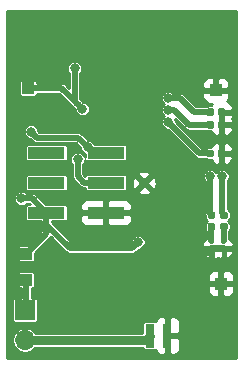
<source format=gbr>
G04 #@! TF.GenerationSoftware,KiCad,Pcbnew,(5.0.0)*
G04 #@! TF.CreationDate,2018-10-15T18:52:21-03:00*
G04 #@! TF.ProjectId,TPMS_Sensor,54504D535F53656E736F722E6B696361,1*
G04 #@! TF.SameCoordinates,Original*
G04 #@! TF.FileFunction,Copper,L2,Bot,Signal*
G04 #@! TF.FilePolarity,Positive*
%FSLAX46Y46*%
G04 Gerber Fmt 4.6, Leading zero omitted, Abs format (unit mm)*
G04 Created by KiCad (PCBNEW (5.0.0)) date 10/15/18 18:52:21*
%MOMM*%
%LPD*%
G01*
G04 APERTURE LIST*
G04 #@! TA.AperFunction,SMDPad,CuDef*
%ADD10R,0.800000X2.000000*%
G04 #@! TD*
G04 #@! TA.AperFunction,Conductor*
%ADD11C,0.100000*%
G04 #@! TD*
G04 #@! TA.AperFunction,SMDPad,CuDef*
%ADD12C,0.400000*%
G04 #@! TD*
G04 #@! TA.AperFunction,SMDPad,CuDef*
%ADD13R,3.150000X1.000000*%
G04 #@! TD*
G04 #@! TA.AperFunction,ComponentPad*
%ADD14R,1.700000X1.700000*%
G04 #@! TD*
G04 #@! TA.AperFunction,ComponentPad*
%ADD15O,1.700000X1.700000*%
G04 #@! TD*
G04 #@! TA.AperFunction,SMDPad,CuDef*
%ADD16C,0.590000*%
G04 #@! TD*
G04 #@! TA.AperFunction,SMDPad,CuDef*
%ADD17R,1.000000X1.000000*%
G04 #@! TD*
G04 #@! TA.AperFunction,ComponentPad*
%ADD18C,0.800000*%
G04 #@! TD*
G04 #@! TA.AperFunction,ViaPad*
%ADD19C,0.800000*%
G04 #@! TD*
G04 #@! TA.AperFunction,Conductor*
%ADD20C,0.500000*%
G04 #@! TD*
G04 #@! TA.AperFunction,Conductor*
%ADD21C,0.800000*%
G04 #@! TD*
G04 #@! TA.AperFunction,Conductor*
%ADD22C,0.254000*%
G04 #@! TD*
G04 APERTURE END LIST*
D10*
G04 #@! TO.P,BT1,1*
G04 #@! TO.N,VDD_BAT*
X152361200Y-97815400D03*
G04 #@! TO.P,BT1,2*
G04 #@! TO.N,-BATT*
X153861200Y-97815400D03*
G04 #@! TD*
D11*
G04 #@! TO.N,-BATT*
G04 #@! TO.C,D1*
G36*
X157691402Y-90209682D02*
X157701109Y-90211121D01*
X157710628Y-90213506D01*
X157719868Y-90216812D01*
X157728740Y-90221008D01*
X157737157Y-90226053D01*
X157745039Y-90231899D01*
X157752311Y-90238489D01*
X157758901Y-90245761D01*
X157764747Y-90253643D01*
X157769792Y-90262060D01*
X157773988Y-90270932D01*
X157777294Y-90280172D01*
X157779679Y-90289691D01*
X157781118Y-90299398D01*
X157781600Y-90309200D01*
X157781600Y-90569200D01*
X157781118Y-90579002D01*
X157779679Y-90588709D01*
X157777294Y-90598228D01*
X157773988Y-90607468D01*
X157769792Y-90616340D01*
X157764747Y-90624757D01*
X157758901Y-90632639D01*
X157752311Y-90639911D01*
X157745039Y-90646501D01*
X157737157Y-90652347D01*
X157728740Y-90657392D01*
X157719868Y-90661588D01*
X157710628Y-90664894D01*
X157701109Y-90667279D01*
X157691402Y-90668718D01*
X157681600Y-90669200D01*
X157481600Y-90669200D01*
X157471798Y-90668718D01*
X157462091Y-90667279D01*
X157452572Y-90664894D01*
X157443332Y-90661588D01*
X157434460Y-90657392D01*
X157426043Y-90652347D01*
X157418161Y-90646501D01*
X157410889Y-90639911D01*
X157404299Y-90632639D01*
X157398453Y-90624757D01*
X157393408Y-90616340D01*
X157389212Y-90607468D01*
X157385906Y-90598228D01*
X157383521Y-90588709D01*
X157382082Y-90579002D01*
X157381600Y-90569200D01*
X157381600Y-90309200D01*
X157382082Y-90299398D01*
X157383521Y-90289691D01*
X157385906Y-90280172D01*
X157389212Y-90270932D01*
X157393408Y-90262060D01*
X157398453Y-90253643D01*
X157404299Y-90245761D01*
X157410889Y-90238489D01*
X157418161Y-90231899D01*
X157426043Y-90226053D01*
X157434460Y-90221008D01*
X157443332Y-90216812D01*
X157452572Y-90213506D01*
X157462091Y-90211121D01*
X157471798Y-90209682D01*
X157481600Y-90209200D01*
X157681600Y-90209200D01*
X157691402Y-90209682D01*
X157691402Y-90209682D01*
G37*
D12*
G04 #@! TD*
G04 #@! TO.P,D1,1*
G04 #@! TO.N,-BATT*
X157581600Y-90439200D03*
D11*
G04 #@! TO.N,Net-(D1-Pad2)*
G04 #@! TO.C,D1*
G36*
X157691402Y-89569682D02*
X157701109Y-89571121D01*
X157710628Y-89573506D01*
X157719868Y-89576812D01*
X157728740Y-89581008D01*
X157737157Y-89586053D01*
X157745039Y-89591899D01*
X157752311Y-89598489D01*
X157758901Y-89605761D01*
X157764747Y-89613643D01*
X157769792Y-89622060D01*
X157773988Y-89630932D01*
X157777294Y-89640172D01*
X157779679Y-89649691D01*
X157781118Y-89659398D01*
X157781600Y-89669200D01*
X157781600Y-89929200D01*
X157781118Y-89939002D01*
X157779679Y-89948709D01*
X157777294Y-89958228D01*
X157773988Y-89967468D01*
X157769792Y-89976340D01*
X157764747Y-89984757D01*
X157758901Y-89992639D01*
X157752311Y-89999911D01*
X157745039Y-90006501D01*
X157737157Y-90012347D01*
X157728740Y-90017392D01*
X157719868Y-90021588D01*
X157710628Y-90024894D01*
X157701109Y-90027279D01*
X157691402Y-90028718D01*
X157681600Y-90029200D01*
X157481600Y-90029200D01*
X157471798Y-90028718D01*
X157462091Y-90027279D01*
X157452572Y-90024894D01*
X157443332Y-90021588D01*
X157434460Y-90017392D01*
X157426043Y-90012347D01*
X157418161Y-90006501D01*
X157410889Y-89999911D01*
X157404299Y-89992639D01*
X157398453Y-89984757D01*
X157393408Y-89976340D01*
X157389212Y-89967468D01*
X157385906Y-89958228D01*
X157383521Y-89948709D01*
X157382082Y-89939002D01*
X157381600Y-89929200D01*
X157381600Y-89669200D01*
X157382082Y-89659398D01*
X157383521Y-89649691D01*
X157385906Y-89640172D01*
X157389212Y-89630932D01*
X157393408Y-89622060D01*
X157398453Y-89613643D01*
X157404299Y-89605761D01*
X157410889Y-89598489D01*
X157418161Y-89591899D01*
X157426043Y-89586053D01*
X157434460Y-89581008D01*
X157443332Y-89576812D01*
X157452572Y-89573506D01*
X157462091Y-89571121D01*
X157471798Y-89569682D01*
X157481600Y-89569200D01*
X157681600Y-89569200D01*
X157691402Y-89569682D01*
X157691402Y-89569682D01*
G37*
D12*
G04 #@! TD*
G04 #@! TO.P,D1,2*
G04 #@! TO.N,Net-(D1-Pad2)*
X157581600Y-89799200D03*
D11*
G04 #@! TO.N,Net-(D2-Pad2)*
G04 #@! TO.C,D2*
G36*
X158732802Y-89569682D02*
X158742509Y-89571121D01*
X158752028Y-89573506D01*
X158761268Y-89576812D01*
X158770140Y-89581008D01*
X158778557Y-89586053D01*
X158786439Y-89591899D01*
X158793711Y-89598489D01*
X158800301Y-89605761D01*
X158806147Y-89613643D01*
X158811192Y-89622060D01*
X158815388Y-89630932D01*
X158818694Y-89640172D01*
X158821079Y-89649691D01*
X158822518Y-89659398D01*
X158823000Y-89669200D01*
X158823000Y-89929200D01*
X158822518Y-89939002D01*
X158821079Y-89948709D01*
X158818694Y-89958228D01*
X158815388Y-89967468D01*
X158811192Y-89976340D01*
X158806147Y-89984757D01*
X158800301Y-89992639D01*
X158793711Y-89999911D01*
X158786439Y-90006501D01*
X158778557Y-90012347D01*
X158770140Y-90017392D01*
X158761268Y-90021588D01*
X158752028Y-90024894D01*
X158742509Y-90027279D01*
X158732802Y-90028718D01*
X158723000Y-90029200D01*
X158523000Y-90029200D01*
X158513198Y-90028718D01*
X158503491Y-90027279D01*
X158493972Y-90024894D01*
X158484732Y-90021588D01*
X158475860Y-90017392D01*
X158467443Y-90012347D01*
X158459561Y-90006501D01*
X158452289Y-89999911D01*
X158445699Y-89992639D01*
X158439853Y-89984757D01*
X158434808Y-89976340D01*
X158430612Y-89967468D01*
X158427306Y-89958228D01*
X158424921Y-89948709D01*
X158423482Y-89939002D01*
X158423000Y-89929200D01*
X158423000Y-89669200D01*
X158423482Y-89659398D01*
X158424921Y-89649691D01*
X158427306Y-89640172D01*
X158430612Y-89630932D01*
X158434808Y-89622060D01*
X158439853Y-89613643D01*
X158445699Y-89605761D01*
X158452289Y-89598489D01*
X158459561Y-89591899D01*
X158467443Y-89586053D01*
X158475860Y-89581008D01*
X158484732Y-89576812D01*
X158493972Y-89573506D01*
X158503491Y-89571121D01*
X158513198Y-89569682D01*
X158523000Y-89569200D01*
X158723000Y-89569200D01*
X158732802Y-89569682D01*
X158732802Y-89569682D01*
G37*
D12*
G04 #@! TD*
G04 #@! TO.P,D2,2*
G04 #@! TO.N,Net-(D2-Pad2)*
X158623000Y-89799200D03*
D11*
G04 #@! TO.N,-BATT*
G04 #@! TO.C,D2*
G36*
X158732802Y-90209682D02*
X158742509Y-90211121D01*
X158752028Y-90213506D01*
X158761268Y-90216812D01*
X158770140Y-90221008D01*
X158778557Y-90226053D01*
X158786439Y-90231899D01*
X158793711Y-90238489D01*
X158800301Y-90245761D01*
X158806147Y-90253643D01*
X158811192Y-90262060D01*
X158815388Y-90270932D01*
X158818694Y-90280172D01*
X158821079Y-90289691D01*
X158822518Y-90299398D01*
X158823000Y-90309200D01*
X158823000Y-90569200D01*
X158822518Y-90579002D01*
X158821079Y-90588709D01*
X158818694Y-90598228D01*
X158815388Y-90607468D01*
X158811192Y-90616340D01*
X158806147Y-90624757D01*
X158800301Y-90632639D01*
X158793711Y-90639911D01*
X158786439Y-90646501D01*
X158778557Y-90652347D01*
X158770140Y-90657392D01*
X158761268Y-90661588D01*
X158752028Y-90664894D01*
X158742509Y-90667279D01*
X158732802Y-90668718D01*
X158723000Y-90669200D01*
X158523000Y-90669200D01*
X158513198Y-90668718D01*
X158503491Y-90667279D01*
X158493972Y-90664894D01*
X158484732Y-90661588D01*
X158475860Y-90657392D01*
X158467443Y-90652347D01*
X158459561Y-90646501D01*
X158452289Y-90639911D01*
X158445699Y-90632639D01*
X158439853Y-90624757D01*
X158434808Y-90616340D01*
X158430612Y-90607468D01*
X158427306Y-90598228D01*
X158424921Y-90588709D01*
X158423482Y-90579002D01*
X158423000Y-90569200D01*
X158423000Y-90309200D01*
X158423482Y-90299398D01*
X158424921Y-90289691D01*
X158427306Y-90280172D01*
X158430612Y-90270932D01*
X158434808Y-90262060D01*
X158439853Y-90253643D01*
X158445699Y-90245761D01*
X158452289Y-90238489D01*
X158459561Y-90231899D01*
X158467443Y-90226053D01*
X158475860Y-90221008D01*
X158484732Y-90216812D01*
X158493972Y-90213506D01*
X158503491Y-90211121D01*
X158513198Y-90209682D01*
X158523000Y-90209200D01*
X158723000Y-90209200D01*
X158732802Y-90209682D01*
X158732802Y-90209682D01*
G37*
D12*
G04 #@! TD*
G04 #@! TO.P,D2,1*
G04 #@! TO.N,-BATT*
X158623000Y-90439200D03*
D13*
G04 #@! TO.P,J1,1*
G04 #@! TO.N,PTA4_BKGD*
X143601200Y-87426800D03*
G04 #@! TO.P,J1,2*
G04 #@! TO.N,-BATT*
X148651200Y-87426800D03*
G04 #@! TO.P,J1,3*
G04 #@! TO.N,Net-(J1-Pad3)*
X143601200Y-84886800D03*
G04 #@! TO.P,J1,4*
G04 #@! TO.N,RESET*
X148651200Y-84886800D03*
G04 #@! TO.P,J1,5*
G04 #@! TO.N,Net-(J1-Pad5)*
X143601200Y-82346800D03*
G04 #@! TO.P,J1,6*
G04 #@! TO.N,+BATT*
X148651200Y-82346800D03*
G04 #@! TD*
D14*
G04 #@! TO.P,JP1,1*
G04 #@! TO.N,+BATT*
X141808200Y-95681800D03*
D15*
G04 #@! TO.P,JP1,2*
G04 #@! TO.N,VDD_BAT*
X141808200Y-98221800D03*
G04 #@! TD*
D11*
G04 #@! TO.N,-BATT*
G04 #@! TO.C,R3*
G36*
X158609558Y-78573110D02*
X158623876Y-78575234D01*
X158637917Y-78578751D01*
X158651546Y-78583628D01*
X158664631Y-78589817D01*
X158677047Y-78597258D01*
X158688673Y-78605881D01*
X158699398Y-78615602D01*
X158709119Y-78626327D01*
X158717742Y-78637953D01*
X158725183Y-78650369D01*
X158731372Y-78663454D01*
X158736249Y-78677083D01*
X158739766Y-78691124D01*
X158741890Y-78705442D01*
X158742600Y-78719900D01*
X158742600Y-79064900D01*
X158741890Y-79079358D01*
X158739766Y-79093676D01*
X158736249Y-79107717D01*
X158731372Y-79121346D01*
X158725183Y-79134431D01*
X158717742Y-79146847D01*
X158709119Y-79158473D01*
X158699398Y-79169198D01*
X158688673Y-79178919D01*
X158677047Y-79187542D01*
X158664631Y-79194983D01*
X158651546Y-79201172D01*
X158637917Y-79206049D01*
X158623876Y-79209566D01*
X158609558Y-79211690D01*
X158595100Y-79212400D01*
X158300100Y-79212400D01*
X158285642Y-79211690D01*
X158271324Y-79209566D01*
X158257283Y-79206049D01*
X158243654Y-79201172D01*
X158230569Y-79194983D01*
X158218153Y-79187542D01*
X158206527Y-79178919D01*
X158195802Y-79169198D01*
X158186081Y-79158473D01*
X158177458Y-79146847D01*
X158170017Y-79134431D01*
X158163828Y-79121346D01*
X158158951Y-79107717D01*
X158155434Y-79093676D01*
X158153310Y-79079358D01*
X158152600Y-79064900D01*
X158152600Y-78719900D01*
X158153310Y-78705442D01*
X158155434Y-78691124D01*
X158158951Y-78677083D01*
X158163828Y-78663454D01*
X158170017Y-78650369D01*
X158177458Y-78637953D01*
X158186081Y-78626327D01*
X158195802Y-78615602D01*
X158206527Y-78605881D01*
X158218153Y-78597258D01*
X158230569Y-78589817D01*
X158243654Y-78583628D01*
X158257283Y-78578751D01*
X158271324Y-78575234D01*
X158285642Y-78573110D01*
X158300100Y-78572400D01*
X158595100Y-78572400D01*
X158609558Y-78573110D01*
X158609558Y-78573110D01*
G37*
D16*
G04 #@! TD*
G04 #@! TO.P,R3,2*
G04 #@! TO.N,-BATT*
X158447600Y-78892400D03*
D11*
G04 #@! TO.N,PTA0*
G04 #@! TO.C,R3*
G36*
X157639558Y-78573110D02*
X157653876Y-78575234D01*
X157667917Y-78578751D01*
X157681546Y-78583628D01*
X157694631Y-78589817D01*
X157707047Y-78597258D01*
X157718673Y-78605881D01*
X157729398Y-78615602D01*
X157739119Y-78626327D01*
X157747742Y-78637953D01*
X157755183Y-78650369D01*
X157761372Y-78663454D01*
X157766249Y-78677083D01*
X157769766Y-78691124D01*
X157771890Y-78705442D01*
X157772600Y-78719900D01*
X157772600Y-79064900D01*
X157771890Y-79079358D01*
X157769766Y-79093676D01*
X157766249Y-79107717D01*
X157761372Y-79121346D01*
X157755183Y-79134431D01*
X157747742Y-79146847D01*
X157739119Y-79158473D01*
X157729398Y-79169198D01*
X157718673Y-79178919D01*
X157707047Y-79187542D01*
X157694631Y-79194983D01*
X157681546Y-79201172D01*
X157667917Y-79206049D01*
X157653876Y-79209566D01*
X157639558Y-79211690D01*
X157625100Y-79212400D01*
X157330100Y-79212400D01*
X157315642Y-79211690D01*
X157301324Y-79209566D01*
X157287283Y-79206049D01*
X157273654Y-79201172D01*
X157260569Y-79194983D01*
X157248153Y-79187542D01*
X157236527Y-79178919D01*
X157225802Y-79169198D01*
X157216081Y-79158473D01*
X157207458Y-79146847D01*
X157200017Y-79134431D01*
X157193828Y-79121346D01*
X157188951Y-79107717D01*
X157185434Y-79093676D01*
X157183310Y-79079358D01*
X157182600Y-79064900D01*
X157182600Y-78719900D01*
X157183310Y-78705442D01*
X157185434Y-78691124D01*
X157188951Y-78677083D01*
X157193828Y-78663454D01*
X157200017Y-78650369D01*
X157207458Y-78637953D01*
X157216081Y-78626327D01*
X157225802Y-78615602D01*
X157236527Y-78605881D01*
X157248153Y-78597258D01*
X157260569Y-78589817D01*
X157273654Y-78583628D01*
X157287283Y-78578751D01*
X157301324Y-78575234D01*
X157315642Y-78573110D01*
X157330100Y-78572400D01*
X157625100Y-78572400D01*
X157639558Y-78573110D01*
X157639558Y-78573110D01*
G37*
D16*
G04 #@! TD*
G04 #@! TO.P,R3,1*
G04 #@! TO.N,PTA0*
X157477600Y-78892400D03*
D11*
G04 #@! TO.N,PTA1*
G04 #@! TO.C,R4*
G36*
X157639558Y-79665310D02*
X157653876Y-79667434D01*
X157667917Y-79670951D01*
X157681546Y-79675828D01*
X157694631Y-79682017D01*
X157707047Y-79689458D01*
X157718673Y-79698081D01*
X157729398Y-79707802D01*
X157739119Y-79718527D01*
X157747742Y-79730153D01*
X157755183Y-79742569D01*
X157761372Y-79755654D01*
X157766249Y-79769283D01*
X157769766Y-79783324D01*
X157771890Y-79797642D01*
X157772600Y-79812100D01*
X157772600Y-80157100D01*
X157771890Y-80171558D01*
X157769766Y-80185876D01*
X157766249Y-80199917D01*
X157761372Y-80213546D01*
X157755183Y-80226631D01*
X157747742Y-80239047D01*
X157739119Y-80250673D01*
X157729398Y-80261398D01*
X157718673Y-80271119D01*
X157707047Y-80279742D01*
X157694631Y-80287183D01*
X157681546Y-80293372D01*
X157667917Y-80298249D01*
X157653876Y-80301766D01*
X157639558Y-80303890D01*
X157625100Y-80304600D01*
X157330100Y-80304600D01*
X157315642Y-80303890D01*
X157301324Y-80301766D01*
X157287283Y-80298249D01*
X157273654Y-80293372D01*
X157260569Y-80287183D01*
X157248153Y-80279742D01*
X157236527Y-80271119D01*
X157225802Y-80261398D01*
X157216081Y-80250673D01*
X157207458Y-80239047D01*
X157200017Y-80226631D01*
X157193828Y-80213546D01*
X157188951Y-80199917D01*
X157185434Y-80185876D01*
X157183310Y-80171558D01*
X157182600Y-80157100D01*
X157182600Y-79812100D01*
X157183310Y-79797642D01*
X157185434Y-79783324D01*
X157188951Y-79769283D01*
X157193828Y-79755654D01*
X157200017Y-79742569D01*
X157207458Y-79730153D01*
X157216081Y-79718527D01*
X157225802Y-79707802D01*
X157236527Y-79698081D01*
X157248153Y-79689458D01*
X157260569Y-79682017D01*
X157273654Y-79675828D01*
X157287283Y-79670951D01*
X157301324Y-79667434D01*
X157315642Y-79665310D01*
X157330100Y-79664600D01*
X157625100Y-79664600D01*
X157639558Y-79665310D01*
X157639558Y-79665310D01*
G37*
D16*
G04 #@! TD*
G04 #@! TO.P,R4,1*
G04 #@! TO.N,PTA1*
X157477600Y-79984600D03*
D11*
G04 #@! TO.N,-BATT*
G04 #@! TO.C,R4*
G36*
X158609558Y-79665310D02*
X158623876Y-79667434D01*
X158637917Y-79670951D01*
X158651546Y-79675828D01*
X158664631Y-79682017D01*
X158677047Y-79689458D01*
X158688673Y-79698081D01*
X158699398Y-79707802D01*
X158709119Y-79718527D01*
X158717742Y-79730153D01*
X158725183Y-79742569D01*
X158731372Y-79755654D01*
X158736249Y-79769283D01*
X158739766Y-79783324D01*
X158741890Y-79797642D01*
X158742600Y-79812100D01*
X158742600Y-80157100D01*
X158741890Y-80171558D01*
X158739766Y-80185876D01*
X158736249Y-80199917D01*
X158731372Y-80213546D01*
X158725183Y-80226631D01*
X158717742Y-80239047D01*
X158709119Y-80250673D01*
X158699398Y-80261398D01*
X158688673Y-80271119D01*
X158677047Y-80279742D01*
X158664631Y-80287183D01*
X158651546Y-80293372D01*
X158637917Y-80298249D01*
X158623876Y-80301766D01*
X158609558Y-80303890D01*
X158595100Y-80304600D01*
X158300100Y-80304600D01*
X158285642Y-80303890D01*
X158271324Y-80301766D01*
X158257283Y-80298249D01*
X158243654Y-80293372D01*
X158230569Y-80287183D01*
X158218153Y-80279742D01*
X158206527Y-80271119D01*
X158195802Y-80261398D01*
X158186081Y-80250673D01*
X158177458Y-80239047D01*
X158170017Y-80226631D01*
X158163828Y-80213546D01*
X158158951Y-80199917D01*
X158155434Y-80185876D01*
X158153310Y-80171558D01*
X158152600Y-80157100D01*
X158152600Y-79812100D01*
X158153310Y-79797642D01*
X158155434Y-79783324D01*
X158158951Y-79769283D01*
X158163828Y-79755654D01*
X158170017Y-79742569D01*
X158177458Y-79730153D01*
X158186081Y-79718527D01*
X158195802Y-79707802D01*
X158206527Y-79698081D01*
X158218153Y-79689458D01*
X158230569Y-79682017D01*
X158243654Y-79675828D01*
X158257283Y-79670951D01*
X158271324Y-79667434D01*
X158285642Y-79665310D01*
X158300100Y-79664600D01*
X158595100Y-79664600D01*
X158609558Y-79665310D01*
X158609558Y-79665310D01*
G37*
D16*
G04 #@! TD*
G04 #@! TO.P,R4,2*
G04 #@! TO.N,-BATT*
X158447600Y-79984600D03*
D11*
G04 #@! TO.N,-BATT*
G04 #@! TO.C,R5*
G36*
X158609558Y-82078310D02*
X158623876Y-82080434D01*
X158637917Y-82083951D01*
X158651546Y-82088828D01*
X158664631Y-82095017D01*
X158677047Y-82102458D01*
X158688673Y-82111081D01*
X158699398Y-82120802D01*
X158709119Y-82131527D01*
X158717742Y-82143153D01*
X158725183Y-82155569D01*
X158731372Y-82168654D01*
X158736249Y-82182283D01*
X158739766Y-82196324D01*
X158741890Y-82210642D01*
X158742600Y-82225100D01*
X158742600Y-82570100D01*
X158741890Y-82584558D01*
X158739766Y-82598876D01*
X158736249Y-82612917D01*
X158731372Y-82626546D01*
X158725183Y-82639631D01*
X158717742Y-82652047D01*
X158709119Y-82663673D01*
X158699398Y-82674398D01*
X158688673Y-82684119D01*
X158677047Y-82692742D01*
X158664631Y-82700183D01*
X158651546Y-82706372D01*
X158637917Y-82711249D01*
X158623876Y-82714766D01*
X158609558Y-82716890D01*
X158595100Y-82717600D01*
X158300100Y-82717600D01*
X158285642Y-82716890D01*
X158271324Y-82714766D01*
X158257283Y-82711249D01*
X158243654Y-82706372D01*
X158230569Y-82700183D01*
X158218153Y-82692742D01*
X158206527Y-82684119D01*
X158195802Y-82674398D01*
X158186081Y-82663673D01*
X158177458Y-82652047D01*
X158170017Y-82639631D01*
X158163828Y-82626546D01*
X158158951Y-82612917D01*
X158155434Y-82598876D01*
X158153310Y-82584558D01*
X158152600Y-82570100D01*
X158152600Y-82225100D01*
X158153310Y-82210642D01*
X158155434Y-82196324D01*
X158158951Y-82182283D01*
X158163828Y-82168654D01*
X158170017Y-82155569D01*
X158177458Y-82143153D01*
X158186081Y-82131527D01*
X158195802Y-82120802D01*
X158206527Y-82111081D01*
X158218153Y-82102458D01*
X158230569Y-82095017D01*
X158243654Y-82088828D01*
X158257283Y-82083951D01*
X158271324Y-82080434D01*
X158285642Y-82078310D01*
X158300100Y-82077600D01*
X158595100Y-82077600D01*
X158609558Y-82078310D01*
X158609558Y-82078310D01*
G37*
D16*
G04 #@! TD*
G04 #@! TO.P,R5,2*
G04 #@! TO.N,-BATT*
X158447600Y-82397600D03*
D11*
G04 #@! TO.N,PTA2*
G04 #@! TO.C,R5*
G36*
X157639558Y-82078310D02*
X157653876Y-82080434D01*
X157667917Y-82083951D01*
X157681546Y-82088828D01*
X157694631Y-82095017D01*
X157707047Y-82102458D01*
X157718673Y-82111081D01*
X157729398Y-82120802D01*
X157739119Y-82131527D01*
X157747742Y-82143153D01*
X157755183Y-82155569D01*
X157761372Y-82168654D01*
X157766249Y-82182283D01*
X157769766Y-82196324D01*
X157771890Y-82210642D01*
X157772600Y-82225100D01*
X157772600Y-82570100D01*
X157771890Y-82584558D01*
X157769766Y-82598876D01*
X157766249Y-82612917D01*
X157761372Y-82626546D01*
X157755183Y-82639631D01*
X157747742Y-82652047D01*
X157739119Y-82663673D01*
X157729398Y-82674398D01*
X157718673Y-82684119D01*
X157707047Y-82692742D01*
X157694631Y-82700183D01*
X157681546Y-82706372D01*
X157667917Y-82711249D01*
X157653876Y-82714766D01*
X157639558Y-82716890D01*
X157625100Y-82717600D01*
X157330100Y-82717600D01*
X157315642Y-82716890D01*
X157301324Y-82714766D01*
X157287283Y-82711249D01*
X157273654Y-82706372D01*
X157260569Y-82700183D01*
X157248153Y-82692742D01*
X157236527Y-82684119D01*
X157225802Y-82674398D01*
X157216081Y-82663673D01*
X157207458Y-82652047D01*
X157200017Y-82639631D01*
X157193828Y-82626546D01*
X157188951Y-82612917D01*
X157185434Y-82598876D01*
X157183310Y-82584558D01*
X157182600Y-82570100D01*
X157182600Y-82225100D01*
X157183310Y-82210642D01*
X157185434Y-82196324D01*
X157188951Y-82182283D01*
X157193828Y-82168654D01*
X157200017Y-82155569D01*
X157207458Y-82143153D01*
X157216081Y-82131527D01*
X157225802Y-82120802D01*
X157236527Y-82111081D01*
X157248153Y-82102458D01*
X157260569Y-82095017D01*
X157273654Y-82088828D01*
X157287283Y-82083951D01*
X157301324Y-82080434D01*
X157315642Y-82078310D01*
X157330100Y-82077600D01*
X157625100Y-82077600D01*
X157639558Y-82078310D01*
X157639558Y-82078310D01*
G37*
D16*
G04 #@! TD*
G04 #@! TO.P,R5,1*
G04 #@! TO.N,PTA2*
X157477600Y-82397600D03*
D11*
G04 #@! TO.N,Net-(D1-Pad2)*
G04 #@! TO.C,R7*
G36*
X157768558Y-88303310D02*
X157782876Y-88305434D01*
X157796917Y-88308951D01*
X157810546Y-88313828D01*
X157823631Y-88320017D01*
X157836047Y-88327458D01*
X157847673Y-88336081D01*
X157858398Y-88345802D01*
X157868119Y-88356527D01*
X157876742Y-88368153D01*
X157884183Y-88380569D01*
X157890372Y-88393654D01*
X157895249Y-88407283D01*
X157898766Y-88421324D01*
X157900890Y-88435642D01*
X157901600Y-88450100D01*
X157901600Y-88745100D01*
X157900890Y-88759558D01*
X157898766Y-88773876D01*
X157895249Y-88787917D01*
X157890372Y-88801546D01*
X157884183Y-88814631D01*
X157876742Y-88827047D01*
X157868119Y-88838673D01*
X157858398Y-88849398D01*
X157847673Y-88859119D01*
X157836047Y-88867742D01*
X157823631Y-88875183D01*
X157810546Y-88881372D01*
X157796917Y-88886249D01*
X157782876Y-88889766D01*
X157768558Y-88891890D01*
X157754100Y-88892600D01*
X157409100Y-88892600D01*
X157394642Y-88891890D01*
X157380324Y-88889766D01*
X157366283Y-88886249D01*
X157352654Y-88881372D01*
X157339569Y-88875183D01*
X157327153Y-88867742D01*
X157315527Y-88859119D01*
X157304802Y-88849398D01*
X157295081Y-88838673D01*
X157286458Y-88827047D01*
X157279017Y-88814631D01*
X157272828Y-88801546D01*
X157267951Y-88787917D01*
X157264434Y-88773876D01*
X157262310Y-88759558D01*
X157261600Y-88745100D01*
X157261600Y-88450100D01*
X157262310Y-88435642D01*
X157264434Y-88421324D01*
X157267951Y-88407283D01*
X157272828Y-88393654D01*
X157279017Y-88380569D01*
X157286458Y-88368153D01*
X157295081Y-88356527D01*
X157304802Y-88345802D01*
X157315527Y-88336081D01*
X157327153Y-88327458D01*
X157339569Y-88320017D01*
X157352654Y-88313828D01*
X157366283Y-88308951D01*
X157380324Y-88305434D01*
X157394642Y-88303310D01*
X157409100Y-88302600D01*
X157754100Y-88302600D01*
X157768558Y-88303310D01*
X157768558Y-88303310D01*
G37*
D16*
G04 #@! TD*
G04 #@! TO.P,R7,2*
G04 #@! TO.N,Net-(D1-Pad2)*
X157581600Y-88597600D03*
D11*
G04 #@! TO.N,PTB0*
G04 #@! TO.C,R7*
G36*
X157768558Y-87333310D02*
X157782876Y-87335434D01*
X157796917Y-87338951D01*
X157810546Y-87343828D01*
X157823631Y-87350017D01*
X157836047Y-87357458D01*
X157847673Y-87366081D01*
X157858398Y-87375802D01*
X157868119Y-87386527D01*
X157876742Y-87398153D01*
X157884183Y-87410569D01*
X157890372Y-87423654D01*
X157895249Y-87437283D01*
X157898766Y-87451324D01*
X157900890Y-87465642D01*
X157901600Y-87480100D01*
X157901600Y-87775100D01*
X157900890Y-87789558D01*
X157898766Y-87803876D01*
X157895249Y-87817917D01*
X157890372Y-87831546D01*
X157884183Y-87844631D01*
X157876742Y-87857047D01*
X157868119Y-87868673D01*
X157858398Y-87879398D01*
X157847673Y-87889119D01*
X157836047Y-87897742D01*
X157823631Y-87905183D01*
X157810546Y-87911372D01*
X157796917Y-87916249D01*
X157782876Y-87919766D01*
X157768558Y-87921890D01*
X157754100Y-87922600D01*
X157409100Y-87922600D01*
X157394642Y-87921890D01*
X157380324Y-87919766D01*
X157366283Y-87916249D01*
X157352654Y-87911372D01*
X157339569Y-87905183D01*
X157327153Y-87897742D01*
X157315527Y-87889119D01*
X157304802Y-87879398D01*
X157295081Y-87868673D01*
X157286458Y-87857047D01*
X157279017Y-87844631D01*
X157272828Y-87831546D01*
X157267951Y-87817917D01*
X157264434Y-87803876D01*
X157262310Y-87789558D01*
X157261600Y-87775100D01*
X157261600Y-87480100D01*
X157262310Y-87465642D01*
X157264434Y-87451324D01*
X157267951Y-87437283D01*
X157272828Y-87423654D01*
X157279017Y-87410569D01*
X157286458Y-87398153D01*
X157295081Y-87386527D01*
X157304802Y-87375802D01*
X157315527Y-87366081D01*
X157327153Y-87357458D01*
X157339569Y-87350017D01*
X157352654Y-87343828D01*
X157366283Y-87338951D01*
X157380324Y-87335434D01*
X157394642Y-87333310D01*
X157409100Y-87332600D01*
X157754100Y-87332600D01*
X157768558Y-87333310D01*
X157768558Y-87333310D01*
G37*
D16*
G04 #@! TD*
G04 #@! TO.P,R7,1*
G04 #@! TO.N,PTB0*
X157581600Y-87627600D03*
D11*
G04 #@! TO.N,PTB1*
G04 #@! TO.C,R8*
G36*
X158835358Y-87333310D02*
X158849676Y-87335434D01*
X158863717Y-87338951D01*
X158877346Y-87343828D01*
X158890431Y-87350017D01*
X158902847Y-87357458D01*
X158914473Y-87366081D01*
X158925198Y-87375802D01*
X158934919Y-87386527D01*
X158943542Y-87398153D01*
X158950983Y-87410569D01*
X158957172Y-87423654D01*
X158962049Y-87437283D01*
X158965566Y-87451324D01*
X158967690Y-87465642D01*
X158968400Y-87480100D01*
X158968400Y-87775100D01*
X158967690Y-87789558D01*
X158965566Y-87803876D01*
X158962049Y-87817917D01*
X158957172Y-87831546D01*
X158950983Y-87844631D01*
X158943542Y-87857047D01*
X158934919Y-87868673D01*
X158925198Y-87879398D01*
X158914473Y-87889119D01*
X158902847Y-87897742D01*
X158890431Y-87905183D01*
X158877346Y-87911372D01*
X158863717Y-87916249D01*
X158849676Y-87919766D01*
X158835358Y-87921890D01*
X158820900Y-87922600D01*
X158475900Y-87922600D01*
X158461442Y-87921890D01*
X158447124Y-87919766D01*
X158433083Y-87916249D01*
X158419454Y-87911372D01*
X158406369Y-87905183D01*
X158393953Y-87897742D01*
X158382327Y-87889119D01*
X158371602Y-87879398D01*
X158361881Y-87868673D01*
X158353258Y-87857047D01*
X158345817Y-87844631D01*
X158339628Y-87831546D01*
X158334751Y-87817917D01*
X158331234Y-87803876D01*
X158329110Y-87789558D01*
X158328400Y-87775100D01*
X158328400Y-87480100D01*
X158329110Y-87465642D01*
X158331234Y-87451324D01*
X158334751Y-87437283D01*
X158339628Y-87423654D01*
X158345817Y-87410569D01*
X158353258Y-87398153D01*
X158361881Y-87386527D01*
X158371602Y-87375802D01*
X158382327Y-87366081D01*
X158393953Y-87357458D01*
X158406369Y-87350017D01*
X158419454Y-87343828D01*
X158433083Y-87338951D01*
X158447124Y-87335434D01*
X158461442Y-87333310D01*
X158475900Y-87332600D01*
X158820900Y-87332600D01*
X158835358Y-87333310D01*
X158835358Y-87333310D01*
G37*
D16*
G04 #@! TD*
G04 #@! TO.P,R8,1*
G04 #@! TO.N,PTB1*
X158648400Y-87627600D03*
D11*
G04 #@! TO.N,Net-(D2-Pad2)*
G04 #@! TO.C,R8*
G36*
X158835358Y-88303310D02*
X158849676Y-88305434D01*
X158863717Y-88308951D01*
X158877346Y-88313828D01*
X158890431Y-88320017D01*
X158902847Y-88327458D01*
X158914473Y-88336081D01*
X158925198Y-88345802D01*
X158934919Y-88356527D01*
X158943542Y-88368153D01*
X158950983Y-88380569D01*
X158957172Y-88393654D01*
X158962049Y-88407283D01*
X158965566Y-88421324D01*
X158967690Y-88435642D01*
X158968400Y-88450100D01*
X158968400Y-88745100D01*
X158967690Y-88759558D01*
X158965566Y-88773876D01*
X158962049Y-88787917D01*
X158957172Y-88801546D01*
X158950983Y-88814631D01*
X158943542Y-88827047D01*
X158934919Y-88838673D01*
X158925198Y-88849398D01*
X158914473Y-88859119D01*
X158902847Y-88867742D01*
X158890431Y-88875183D01*
X158877346Y-88881372D01*
X158863717Y-88886249D01*
X158849676Y-88889766D01*
X158835358Y-88891890D01*
X158820900Y-88892600D01*
X158475900Y-88892600D01*
X158461442Y-88891890D01*
X158447124Y-88889766D01*
X158433083Y-88886249D01*
X158419454Y-88881372D01*
X158406369Y-88875183D01*
X158393953Y-88867742D01*
X158382327Y-88859119D01*
X158371602Y-88849398D01*
X158361881Y-88838673D01*
X158353258Y-88827047D01*
X158345817Y-88814631D01*
X158339628Y-88801546D01*
X158334751Y-88787917D01*
X158331234Y-88773876D01*
X158329110Y-88759558D01*
X158328400Y-88745100D01*
X158328400Y-88450100D01*
X158329110Y-88435642D01*
X158331234Y-88421324D01*
X158334751Y-88407283D01*
X158339628Y-88393654D01*
X158345817Y-88380569D01*
X158353258Y-88368153D01*
X158361881Y-88356527D01*
X158371602Y-88345802D01*
X158382327Y-88336081D01*
X158393953Y-88327458D01*
X158406369Y-88320017D01*
X158419454Y-88313828D01*
X158433083Y-88308951D01*
X158447124Y-88305434D01*
X158461442Y-88303310D01*
X158475900Y-88302600D01*
X158820900Y-88302600D01*
X158835358Y-88303310D01*
X158835358Y-88303310D01*
G37*
D16*
G04 #@! TD*
G04 #@! TO.P,R8,2*
G04 #@! TO.N,Net-(D2-Pad2)*
X158648400Y-88597600D03*
D17*
G04 #@! TO.P,TP1,1*
G04 #@! TO.N,+BATT*
X141900000Y-93100000D03*
G04 #@! TD*
G04 #@! TO.P,TP2,1*
G04 #@! TO.N,RESET*
X142062200Y-76885800D03*
G04 #@! TD*
G04 #@! TO.P,TP3,1*
G04 #@! TO.N,PTA4_BKGD*
X141900000Y-90900000D03*
G04 #@! TD*
G04 #@! TO.P,TP4,1*
G04 #@! TO.N,-BATT*
X158394400Y-93421200D03*
G04 #@! TD*
G04 #@! TO.P,TP5,1*
G04 #@! TO.N,-BATT*
X157962600Y-77038200D03*
G04 #@! TD*
D18*
G04 #@! TO.P,U1,25*
G04 #@! TO.N,-BATT*
X151900000Y-84900000D03*
G04 #@! TD*
D19*
G04 #@! TO.N,+BATT*
X142300000Y-80547600D03*
X147119000Y-81889600D03*
G04 #@! TO.N,-BATT*
X149402800Y-79959200D03*
X145288000Y-96520000D03*
X149860000Y-93472000D03*
X155956000Y-90932000D03*
X146304000Y-87376000D03*
X153600000Y-76100000D03*
G04 #@! TO.N,PTA4_BKGD*
X151384000Y-89916000D03*
X141500000Y-86200000D03*
G04 #@! TO.N,PTA0*
X153924000Y-77724000D03*
G04 #@! TO.N,PTA1*
X153924000Y-78740000D03*
G04 #@! TO.N,PTA2*
X153924000Y-79756000D03*
G04 #@! TO.N,PTB0*
X157480000Y-84328000D03*
G04 #@! TO.N,PTB1*
X158496000Y-84328000D03*
G04 #@! TO.N,RESET*
X146000000Y-75200000D03*
X146659600Y-78638400D03*
X146253200Y-82905600D03*
G04 #@! TD*
D20*
G04 #@! TO.N,+BATT*
X148651200Y-82346800D02*
X147576200Y-82346800D01*
X146306200Y-81076800D02*
X142829200Y-81076800D01*
X142829200Y-81076800D02*
X142300000Y-80547600D01*
X147576200Y-82346800D02*
X147119000Y-81889600D01*
X147119000Y-81889600D02*
X146306200Y-81076800D01*
X141900000Y-95590000D02*
X141808200Y-95681800D01*
X141900000Y-93100000D02*
X141900000Y-95590000D01*
G04 #@! TO.N,-BATT*
X157088800Y-90932000D02*
X157581600Y-90439200D01*
X155956000Y-90932000D02*
X157088800Y-90932000D01*
X158623000Y-90439200D02*
X157581600Y-90439200D01*
G04 #@! TO.N,Net-(D1-Pad2)*
X157581600Y-89799200D02*
X157581600Y-88597600D01*
G04 #@! TO.N,Net-(D2-Pad2)*
X158623000Y-88623000D02*
X158648400Y-88597600D01*
X158623000Y-89799200D02*
X158623000Y-88623000D01*
G04 #@! TO.N,PTA4_BKGD*
X143601200Y-88426800D02*
X145598400Y-90424000D01*
X143601200Y-87426800D02*
X143601200Y-88426800D01*
X145598400Y-90424000D02*
X150876000Y-90424000D01*
X150876000Y-90424000D02*
X151384000Y-89916000D01*
X141500000Y-86200000D02*
X142374400Y-86200000D01*
X142374400Y-86200000D02*
X143601200Y-87426800D01*
X143601200Y-89198800D02*
X141900000Y-90900000D01*
X143601200Y-87426800D02*
X143601200Y-89198800D01*
G04 #@! TO.N,PTA0*
X157477600Y-78892400D02*
X156108400Y-78892400D01*
X156108400Y-78892400D02*
X154940000Y-77724000D01*
X154940000Y-77724000D02*
X153924000Y-77724000D01*
G04 #@! TO.N,PTA1*
X157477600Y-79984600D02*
X155676600Y-79984600D01*
X155676600Y-79984600D02*
X154432000Y-78740000D01*
X154432000Y-78740000D02*
X153924000Y-78740000D01*
G04 #@! TO.N,PTA2*
X157477600Y-82397600D02*
X156565600Y-82397600D01*
X156565600Y-82397600D02*
X153924000Y-79756000D01*
G04 #@! TO.N,PTB0*
X157480000Y-87526000D02*
X157581600Y-87627600D01*
X157480000Y-84328000D02*
X157480000Y-87526000D01*
G04 #@! TO.N,PTB1*
X158496000Y-87475200D02*
X158648400Y-87627600D01*
X158496000Y-84328000D02*
X158496000Y-87475200D01*
G04 #@! TO.N,RESET*
X144885800Y-76885800D02*
X142062200Y-76885800D01*
X146000000Y-75765685D02*
X146000000Y-78000000D01*
X146000000Y-75200000D02*
X146000000Y-75765685D01*
X146000000Y-78000000D02*
X144885800Y-76885800D01*
X148651200Y-84886800D02*
X147576200Y-84886800D01*
X148651200Y-84886800D02*
X147523200Y-84886800D01*
X146238401Y-78238401D02*
X146000000Y-78000000D01*
X146259601Y-78238401D02*
X146238401Y-78238401D01*
X146659600Y-78638400D02*
X146259601Y-78238401D01*
X147576200Y-84886800D02*
X146913600Y-84886800D01*
X146913600Y-84886800D02*
X146812000Y-84886800D01*
X146812000Y-84886800D02*
X146253200Y-84328000D01*
X146253200Y-84328000D02*
X146253200Y-82905600D01*
D21*
G04 #@! TO.N,VDD_BAT*
X151954800Y-98221800D02*
X152361200Y-97815400D01*
X141808200Y-98221800D02*
X151954800Y-98221800D01*
G04 #@! TD*
D22*
G04 #@! TO.N,-BATT*
G36*
X159698000Y-99698000D02*
X140302000Y-99698000D01*
X140302000Y-98221800D01*
X140710101Y-98221800D01*
X140793689Y-98642024D01*
X141031727Y-98998273D01*
X141387976Y-99236311D01*
X141702128Y-99298800D01*
X141914272Y-99298800D01*
X142228424Y-99236311D01*
X142584673Y-98998273D01*
X142684548Y-98848800D01*
X151736397Y-98848800D01*
X151747371Y-98903971D01*
X151797542Y-98979058D01*
X151872629Y-99029229D01*
X151961200Y-99046847D01*
X152761200Y-99046847D01*
X152849771Y-99029229D01*
X152859703Y-99022593D01*
X152922873Y-99175098D01*
X153101501Y-99353727D01*
X153334890Y-99450400D01*
X153575450Y-99450400D01*
X153734200Y-99291650D01*
X153734200Y-97942400D01*
X153988200Y-97942400D01*
X153988200Y-99291650D01*
X154146950Y-99450400D01*
X154387510Y-99450400D01*
X154620899Y-99353727D01*
X154799527Y-99175098D01*
X154896200Y-98941709D01*
X154896200Y-98101150D01*
X154737450Y-97942400D01*
X153988200Y-97942400D01*
X153734200Y-97942400D01*
X153714200Y-97942400D01*
X153714200Y-97688400D01*
X153734200Y-97688400D01*
X153734200Y-96339150D01*
X153988200Y-96339150D01*
X153988200Y-97688400D01*
X154737450Y-97688400D01*
X154896200Y-97529650D01*
X154896200Y-96689091D01*
X154799527Y-96455702D01*
X154620899Y-96277073D01*
X154387510Y-96180400D01*
X154146950Y-96180400D01*
X153988200Y-96339150D01*
X153734200Y-96339150D01*
X153575450Y-96180400D01*
X153334890Y-96180400D01*
X153101501Y-96277073D01*
X152922873Y-96455702D01*
X152859703Y-96608207D01*
X152849771Y-96601571D01*
X152761200Y-96583953D01*
X151961200Y-96583953D01*
X151872629Y-96601571D01*
X151797542Y-96651742D01*
X151747371Y-96726829D01*
X151729753Y-96815400D01*
X151729753Y-97560135D01*
X151695089Y-97594800D01*
X142684548Y-97594800D01*
X142584673Y-97445327D01*
X142228424Y-97207289D01*
X141914272Y-97144800D01*
X141702128Y-97144800D01*
X141387976Y-97207289D01*
X141031727Y-97445327D01*
X140793689Y-97801576D01*
X140710101Y-98221800D01*
X140302000Y-98221800D01*
X140302000Y-94831800D01*
X140726753Y-94831800D01*
X140726753Y-96531800D01*
X140744371Y-96620371D01*
X140794542Y-96695458D01*
X140869629Y-96745629D01*
X140958200Y-96763247D01*
X142658200Y-96763247D01*
X142746771Y-96745629D01*
X142821858Y-96695458D01*
X142872029Y-96620371D01*
X142889647Y-96531800D01*
X142889647Y-94831800D01*
X142872029Y-94743229D01*
X142821858Y-94668142D01*
X142746771Y-94617971D01*
X142658200Y-94600353D01*
X142377000Y-94600353D01*
X142377000Y-93831447D01*
X142400000Y-93831447D01*
X142488571Y-93813829D01*
X142563658Y-93763658D01*
X142601548Y-93706950D01*
X157259400Y-93706950D01*
X157259400Y-94047510D01*
X157356073Y-94280899D01*
X157534702Y-94459527D01*
X157768091Y-94556200D01*
X158108650Y-94556200D01*
X158267400Y-94397450D01*
X158267400Y-93548200D01*
X158521400Y-93548200D01*
X158521400Y-94397450D01*
X158680150Y-94556200D01*
X159020709Y-94556200D01*
X159254098Y-94459527D01*
X159432727Y-94280899D01*
X159529400Y-94047510D01*
X159529400Y-93706950D01*
X159370650Y-93548200D01*
X158521400Y-93548200D01*
X158267400Y-93548200D01*
X157418150Y-93548200D01*
X157259400Y-93706950D01*
X142601548Y-93706950D01*
X142613829Y-93688571D01*
X142631447Y-93600000D01*
X142631447Y-92794890D01*
X157259400Y-92794890D01*
X157259400Y-93135450D01*
X157418150Y-93294200D01*
X158267400Y-93294200D01*
X158267400Y-92444950D01*
X158521400Y-92444950D01*
X158521400Y-93294200D01*
X159370650Y-93294200D01*
X159529400Y-93135450D01*
X159529400Y-92794890D01*
X159432727Y-92561501D01*
X159254098Y-92382873D01*
X159020709Y-92286200D01*
X158680150Y-92286200D01*
X158521400Y-92444950D01*
X158267400Y-92444950D01*
X158108650Y-92286200D01*
X157768091Y-92286200D01*
X157534702Y-92382873D01*
X157356073Y-92561501D01*
X157259400Y-92794890D01*
X142631447Y-92794890D01*
X142631447Y-92600000D01*
X142613829Y-92511429D01*
X142563658Y-92436342D01*
X142488571Y-92386171D01*
X142400000Y-92368553D01*
X141400000Y-92368553D01*
X141311429Y-92386171D01*
X141236342Y-92436342D01*
X141186171Y-92511429D01*
X141168553Y-92600000D01*
X141168553Y-93600000D01*
X141186171Y-93688571D01*
X141236342Y-93763658D01*
X141311429Y-93813829D01*
X141400000Y-93831447D01*
X141423000Y-93831447D01*
X141423001Y-94600353D01*
X140958200Y-94600353D01*
X140869629Y-94617971D01*
X140794542Y-94668142D01*
X140744371Y-94743229D01*
X140726753Y-94831800D01*
X140302000Y-94831800D01*
X140302000Y-86075282D01*
X140873000Y-86075282D01*
X140873000Y-86324718D01*
X140968455Y-86555167D01*
X141144833Y-86731545D01*
X141375282Y-86827000D01*
X141624718Y-86827000D01*
X141855167Y-86731545D01*
X141909712Y-86677000D01*
X142176821Y-86677000D01*
X142195174Y-86695353D01*
X142026200Y-86695353D01*
X141937629Y-86712971D01*
X141862542Y-86763142D01*
X141812371Y-86838229D01*
X141794753Y-86926800D01*
X141794753Y-87926800D01*
X141812371Y-88015371D01*
X141862542Y-88090458D01*
X141937629Y-88140629D01*
X142026200Y-88158247D01*
X143124200Y-88158247D01*
X143124201Y-88379826D01*
X143114857Y-88426800D01*
X143124201Y-88473774D01*
X143124201Y-89001219D01*
X141956868Y-90168553D01*
X141400000Y-90168553D01*
X141311429Y-90186171D01*
X141236342Y-90236342D01*
X141186171Y-90311429D01*
X141168553Y-90400000D01*
X141168553Y-91400000D01*
X141186171Y-91488571D01*
X141236342Y-91563658D01*
X141311429Y-91613829D01*
X141400000Y-91631447D01*
X142400000Y-91631447D01*
X142488571Y-91613829D01*
X142563658Y-91563658D01*
X142613829Y-91488571D01*
X142631447Y-91400000D01*
X142631447Y-90843132D01*
X143905274Y-89569306D01*
X143945097Y-89542697D01*
X143984118Y-89484298D01*
X145227894Y-90728074D01*
X145254503Y-90767897D01*
X145412284Y-90873323D01*
X145551425Y-90901000D01*
X145551429Y-90901000D01*
X145598399Y-90910343D01*
X145645369Y-90901000D01*
X150829029Y-90901000D01*
X150876000Y-90910343D01*
X150922971Y-90901000D01*
X150922975Y-90901000D01*
X151062116Y-90873323D01*
X151219897Y-90767897D01*
X151246508Y-90728071D01*
X151261629Y-90712950D01*
X156746600Y-90712950D01*
X156746600Y-90795509D01*
X156843273Y-91028898D01*
X157021901Y-91207527D01*
X157255290Y-91304200D01*
X157322850Y-91304200D01*
X157481600Y-91145450D01*
X157481600Y-90554200D01*
X157681600Y-90554200D01*
X157681600Y-91145450D01*
X157840350Y-91304200D01*
X157907910Y-91304200D01*
X158102300Y-91223681D01*
X158296690Y-91304200D01*
X158364250Y-91304200D01*
X158523000Y-91145450D01*
X158523000Y-90554200D01*
X158723000Y-90554200D01*
X158723000Y-91145450D01*
X158881750Y-91304200D01*
X158949310Y-91304200D01*
X159182699Y-91207527D01*
X159361327Y-91028898D01*
X159458000Y-90795509D01*
X159458000Y-90712950D01*
X159299250Y-90554200D01*
X158723000Y-90554200D01*
X158523000Y-90554200D01*
X157681600Y-90554200D01*
X157481600Y-90554200D01*
X156905350Y-90554200D01*
X156746600Y-90712950D01*
X151261629Y-90712950D01*
X151431579Y-90543000D01*
X151508718Y-90543000D01*
X151739167Y-90447545D01*
X151915545Y-90271167D01*
X151993531Y-90082891D01*
X156746600Y-90082891D01*
X156746600Y-90165450D01*
X156905350Y-90324200D01*
X157481600Y-90324200D01*
X157481600Y-90292200D01*
X157681600Y-90292200D01*
X157681600Y-90324200D01*
X158523000Y-90324200D01*
X158523000Y-90292200D01*
X158723000Y-90292200D01*
X158723000Y-90324200D01*
X159299250Y-90324200D01*
X159458000Y-90165450D01*
X159458000Y-90082891D01*
X159361327Y-89849502D01*
X159182699Y-89670873D01*
X159100000Y-89636618D01*
X159100000Y-88996378D01*
X159171001Y-88890117D01*
X159199847Y-88745100D01*
X159199847Y-88450100D01*
X159171001Y-88305083D01*
X159088856Y-88182144D01*
X158984776Y-88112600D01*
X159088856Y-88043056D01*
X159171001Y-87920117D01*
X159199847Y-87775100D01*
X159199847Y-87480100D01*
X159171001Y-87335083D01*
X159088856Y-87212144D01*
X158973000Y-87134732D01*
X158973000Y-84737712D01*
X159027545Y-84683167D01*
X159123000Y-84452718D01*
X159123000Y-84203282D01*
X159027545Y-83972833D01*
X158851167Y-83796455D01*
X158620718Y-83701000D01*
X158371282Y-83701000D01*
X158140833Y-83796455D01*
X157988000Y-83949288D01*
X157835167Y-83796455D01*
X157604718Y-83701000D01*
X157355282Y-83701000D01*
X157124833Y-83796455D01*
X156948455Y-83972833D01*
X156853000Y-84203282D01*
X156853000Y-84452718D01*
X156948455Y-84683167D01*
X157003000Y-84737712D01*
X157003001Y-87479024D01*
X156993657Y-87526000D01*
X157030153Y-87709481D01*
X157030153Y-87775100D01*
X157058999Y-87920117D01*
X157141144Y-88043056D01*
X157245224Y-88112600D01*
X157141144Y-88182144D01*
X157058999Y-88305083D01*
X157030153Y-88450100D01*
X157030153Y-88745100D01*
X157058999Y-88890117D01*
X157104601Y-88958365D01*
X157104600Y-89636618D01*
X157021901Y-89670873D01*
X156843273Y-89849502D01*
X156746600Y-90082891D01*
X151993531Y-90082891D01*
X152011000Y-90040718D01*
X152011000Y-89791282D01*
X151915545Y-89560833D01*
X151739167Y-89384455D01*
X151508718Y-89289000D01*
X151259282Y-89289000D01*
X151028833Y-89384455D01*
X150852455Y-89560833D01*
X150757000Y-89791282D01*
X150757000Y-89868421D01*
X150678421Y-89947000D01*
X145795980Y-89947000D01*
X144078200Y-88229221D01*
X144078200Y-88158247D01*
X145176200Y-88158247D01*
X145264771Y-88140629D01*
X145339858Y-88090458D01*
X145390029Y-88015371D01*
X145407647Y-87926800D01*
X145407647Y-87712550D01*
X146441200Y-87712550D01*
X146441200Y-88053110D01*
X146537873Y-88286499D01*
X146716502Y-88465127D01*
X146949891Y-88561800D01*
X148365450Y-88561800D01*
X148524200Y-88403050D01*
X148524200Y-87553800D01*
X148778200Y-87553800D01*
X148778200Y-88403050D01*
X148936950Y-88561800D01*
X150352509Y-88561800D01*
X150585898Y-88465127D01*
X150764527Y-88286499D01*
X150861200Y-88053110D01*
X150861200Y-87712550D01*
X150702450Y-87553800D01*
X148778200Y-87553800D01*
X148524200Y-87553800D01*
X146599950Y-87553800D01*
X146441200Y-87712550D01*
X145407647Y-87712550D01*
X145407647Y-86926800D01*
X145390029Y-86838229D01*
X145364813Y-86800490D01*
X146441200Y-86800490D01*
X146441200Y-87141050D01*
X146599950Y-87299800D01*
X148524200Y-87299800D01*
X148524200Y-86450550D01*
X148778200Y-86450550D01*
X148778200Y-87299800D01*
X150702450Y-87299800D01*
X150861200Y-87141050D01*
X150861200Y-86800490D01*
X150764527Y-86567101D01*
X150585898Y-86388473D01*
X150352509Y-86291800D01*
X148936950Y-86291800D01*
X148778200Y-86450550D01*
X148524200Y-86450550D01*
X148365450Y-86291800D01*
X146949891Y-86291800D01*
X146716502Y-86388473D01*
X146537873Y-86567101D01*
X146441200Y-86800490D01*
X145364813Y-86800490D01*
X145339858Y-86763142D01*
X145264771Y-86712971D01*
X145176200Y-86695353D01*
X143544333Y-86695353D01*
X142744908Y-85895929D01*
X142718297Y-85856103D01*
X142560516Y-85750677D01*
X142421375Y-85723000D01*
X142421371Y-85723000D01*
X142374400Y-85713657D01*
X142327429Y-85723000D01*
X141909712Y-85723000D01*
X141855167Y-85668455D01*
X141624718Y-85573000D01*
X141375282Y-85573000D01*
X141144833Y-85668455D01*
X140968455Y-85844833D01*
X140873000Y-86075282D01*
X140302000Y-86075282D01*
X140302000Y-84386800D01*
X141794753Y-84386800D01*
X141794753Y-85386800D01*
X141812371Y-85475371D01*
X141862542Y-85550458D01*
X141937629Y-85600629D01*
X142026200Y-85618247D01*
X145176200Y-85618247D01*
X145264771Y-85600629D01*
X145339858Y-85550458D01*
X145390029Y-85475371D01*
X145407647Y-85386800D01*
X145407647Y-84386800D01*
X145390029Y-84298229D01*
X145339858Y-84223142D01*
X145264771Y-84172971D01*
X145176200Y-84155353D01*
X142026200Y-84155353D01*
X141937629Y-84172971D01*
X141862542Y-84223142D01*
X141812371Y-84298229D01*
X141794753Y-84386800D01*
X140302000Y-84386800D01*
X140302000Y-81846800D01*
X141794753Y-81846800D01*
X141794753Y-82846800D01*
X141812371Y-82935371D01*
X141862542Y-83010458D01*
X141937629Y-83060629D01*
X142026200Y-83078247D01*
X145176200Y-83078247D01*
X145264771Y-83060629D01*
X145339858Y-83010458D01*
X145390029Y-82935371D01*
X145407647Y-82846800D01*
X145407647Y-81846800D01*
X145390029Y-81758229D01*
X145339858Y-81683142D01*
X145264771Y-81632971D01*
X145176200Y-81615353D01*
X142026200Y-81615353D01*
X141937629Y-81632971D01*
X141862542Y-81683142D01*
X141812371Y-81758229D01*
X141794753Y-81846800D01*
X140302000Y-81846800D01*
X140302000Y-80422882D01*
X141673000Y-80422882D01*
X141673000Y-80672318D01*
X141768455Y-80902767D01*
X141944833Y-81079145D01*
X142175282Y-81174600D01*
X142252420Y-81174600D01*
X142458693Y-81380873D01*
X142485303Y-81420697D01*
X142643084Y-81526123D01*
X142782225Y-81553800D01*
X142782229Y-81553800D01*
X142829200Y-81563143D01*
X142876171Y-81553800D01*
X146108621Y-81553800D01*
X146492000Y-81937180D01*
X146492000Y-82014318D01*
X146587455Y-82244767D01*
X146763833Y-82421145D01*
X146844753Y-82454663D01*
X146844753Y-82695305D01*
X146784745Y-82550433D01*
X146608367Y-82374055D01*
X146377918Y-82278600D01*
X146128482Y-82278600D01*
X145898033Y-82374055D01*
X145721655Y-82550433D01*
X145626200Y-82780882D01*
X145626200Y-83030318D01*
X145721655Y-83260767D01*
X145776201Y-83315313D01*
X145776200Y-84281029D01*
X145766857Y-84328000D01*
X145776200Y-84374971D01*
X145776200Y-84374974D01*
X145803877Y-84514115D01*
X145909303Y-84671897D01*
X145949128Y-84698508D01*
X146441494Y-85190874D01*
X146468103Y-85230697D01*
X146507926Y-85257306D01*
X146625884Y-85336123D01*
X146812000Y-85373144D01*
X146844753Y-85366629D01*
X146844753Y-85386800D01*
X146862371Y-85475371D01*
X146912542Y-85550458D01*
X146987629Y-85600629D01*
X147076200Y-85618247D01*
X150226200Y-85618247D01*
X150230709Y-85617350D01*
X151362255Y-85617350D01*
X151386977Y-85822180D01*
X151778931Y-85948309D01*
X152189318Y-85914842D01*
X152413023Y-85822180D01*
X152437745Y-85617350D01*
X151900000Y-85079605D01*
X151362255Y-85617350D01*
X150230709Y-85617350D01*
X150314771Y-85600629D01*
X150389858Y-85550458D01*
X150440029Y-85475371D01*
X150457647Y-85386800D01*
X150457647Y-84778931D01*
X150851691Y-84778931D01*
X150885158Y-85189318D01*
X150977820Y-85413023D01*
X151182650Y-85437745D01*
X151720395Y-84900000D01*
X152079605Y-84900000D01*
X152617350Y-85437745D01*
X152822180Y-85413023D01*
X152948309Y-85021069D01*
X152914842Y-84610682D01*
X152822180Y-84386977D01*
X152617350Y-84362255D01*
X152079605Y-84900000D01*
X151720395Y-84900000D01*
X151182650Y-84362255D01*
X150977820Y-84386977D01*
X150851691Y-84778931D01*
X150457647Y-84778931D01*
X150457647Y-84386800D01*
X150440029Y-84298229D01*
X150389858Y-84223142D01*
X150329257Y-84182650D01*
X151362255Y-84182650D01*
X151900000Y-84720395D01*
X152437745Y-84182650D01*
X152413023Y-83977820D01*
X152021069Y-83851691D01*
X151610682Y-83885158D01*
X151386977Y-83977820D01*
X151362255Y-84182650D01*
X150329257Y-84182650D01*
X150314771Y-84172971D01*
X150226200Y-84155353D01*
X147076200Y-84155353D01*
X146987629Y-84172971D01*
X146912542Y-84223142D01*
X146876645Y-84276866D01*
X146730200Y-84130421D01*
X146730200Y-83315312D01*
X146784745Y-83260767D01*
X146880200Y-83030318D01*
X146880200Y-82962054D01*
X146912542Y-83010458D01*
X146987629Y-83060629D01*
X147076200Y-83078247D01*
X150226200Y-83078247D01*
X150314771Y-83060629D01*
X150389858Y-83010458D01*
X150440029Y-82935371D01*
X150457647Y-82846800D01*
X150457647Y-81846800D01*
X150440029Y-81758229D01*
X150389858Y-81683142D01*
X150314771Y-81632971D01*
X150226200Y-81615353D01*
X147684063Y-81615353D01*
X147650545Y-81534433D01*
X147474167Y-81358055D01*
X147243718Y-81262600D01*
X147166580Y-81262600D01*
X146676708Y-80772728D01*
X146650097Y-80732903D01*
X146492316Y-80627477D01*
X146353175Y-80599800D01*
X146353171Y-80599800D01*
X146306200Y-80590457D01*
X146259229Y-80599800D01*
X143026780Y-80599800D01*
X142927000Y-80500020D01*
X142927000Y-80422882D01*
X142831545Y-80192433D01*
X142655167Y-80016055D01*
X142424718Y-79920600D01*
X142175282Y-79920600D01*
X141944833Y-80016055D01*
X141768455Y-80192433D01*
X141673000Y-80422882D01*
X140302000Y-80422882D01*
X140302000Y-76385800D01*
X141330753Y-76385800D01*
X141330753Y-77385800D01*
X141348371Y-77474371D01*
X141398542Y-77549458D01*
X141473629Y-77599629D01*
X141562200Y-77617247D01*
X142562200Y-77617247D01*
X142650771Y-77599629D01*
X142725858Y-77549458D01*
X142776029Y-77474371D01*
X142793647Y-77385800D01*
X142793647Y-77362800D01*
X144688221Y-77362800D01*
X145629497Y-78304077D01*
X145656104Y-78343897D01*
X145695924Y-78370504D01*
X145695926Y-78370506D01*
X145695929Y-78370508D01*
X145867893Y-78542472D01*
X145894504Y-78582298D01*
X145998219Y-78651598D01*
X146032600Y-78685979D01*
X146032600Y-78763118D01*
X146128055Y-78993567D01*
X146304433Y-79169945D01*
X146534882Y-79265400D01*
X146784318Y-79265400D01*
X147014767Y-79169945D01*
X147191145Y-78993567D01*
X147286600Y-78763118D01*
X147286600Y-78513682D01*
X147191145Y-78283233D01*
X147014767Y-78106855D01*
X146784318Y-78011400D01*
X146707179Y-78011400D01*
X146630108Y-77934329D01*
X146603498Y-77894504D01*
X146499782Y-77825203D01*
X146477000Y-77802421D01*
X146477000Y-77599282D01*
X153297000Y-77599282D01*
X153297000Y-77848718D01*
X153392455Y-78079167D01*
X153545288Y-78232000D01*
X153392455Y-78384833D01*
X153297000Y-78615282D01*
X153297000Y-78864718D01*
X153392455Y-79095167D01*
X153545288Y-79248000D01*
X153392455Y-79400833D01*
X153297000Y-79631282D01*
X153297000Y-79880718D01*
X153392455Y-80111167D01*
X153568833Y-80287545D01*
X153799282Y-80383000D01*
X153876421Y-80383000D01*
X156195094Y-82701674D01*
X156221703Y-82741497D01*
X156261526Y-82768106D01*
X156379484Y-82846923D01*
X156565600Y-82883944D01*
X156612575Y-82874600D01*
X157116836Y-82874600D01*
X157185083Y-82920201D01*
X157330100Y-82949047D01*
X157561149Y-82949047D01*
X157614273Y-83077299D01*
X157792902Y-83255927D01*
X158026291Y-83352600D01*
X158161850Y-83352600D01*
X158320600Y-83193850D01*
X158320600Y-82524600D01*
X158574600Y-82524600D01*
X158574600Y-83193850D01*
X158733350Y-83352600D01*
X158868909Y-83352600D01*
X159102298Y-83255927D01*
X159280927Y-83077299D01*
X159377600Y-82843910D01*
X159377600Y-82683350D01*
X159218850Y-82524600D01*
X158574600Y-82524600D01*
X158320600Y-82524600D01*
X158300600Y-82524600D01*
X158300600Y-82270600D01*
X158320600Y-82270600D01*
X158320600Y-81601350D01*
X158574600Y-81601350D01*
X158574600Y-82270600D01*
X159218850Y-82270600D01*
X159377600Y-82111850D01*
X159377600Y-81951290D01*
X159280927Y-81717901D01*
X159102298Y-81539273D01*
X158868909Y-81442600D01*
X158733350Y-81442600D01*
X158574600Y-81601350D01*
X158320600Y-81601350D01*
X158161850Y-81442600D01*
X158026291Y-81442600D01*
X157792902Y-81539273D01*
X157614273Y-81717901D01*
X157561149Y-81846153D01*
X157330100Y-81846153D01*
X157185083Y-81874999D01*
X157116836Y-81920600D01*
X156763180Y-81920600D01*
X154551000Y-79708421D01*
X154551000Y-79631282D01*
X154481914Y-79464493D01*
X155306094Y-80288674D01*
X155332703Y-80328497D01*
X155490484Y-80433923D01*
X155629625Y-80461600D01*
X155629628Y-80461600D01*
X155676599Y-80470943D01*
X155723570Y-80461600D01*
X157116836Y-80461600D01*
X157185083Y-80507201D01*
X157330100Y-80536047D01*
X157561149Y-80536047D01*
X157614273Y-80664299D01*
X157792902Y-80842927D01*
X158026291Y-80939600D01*
X158161850Y-80939600D01*
X158320600Y-80780850D01*
X158320600Y-80111600D01*
X158574600Y-80111600D01*
X158574600Y-80780850D01*
X158733350Y-80939600D01*
X158868909Y-80939600D01*
X159102298Y-80842927D01*
X159280927Y-80664299D01*
X159377600Y-80430910D01*
X159377600Y-80270350D01*
X159218850Y-80111600D01*
X158574600Y-80111600D01*
X158320600Y-80111600D01*
X158300600Y-80111600D01*
X158300600Y-79857600D01*
X158320600Y-79857600D01*
X158320600Y-79019400D01*
X158574600Y-79019400D01*
X158574600Y-79857600D01*
X159218850Y-79857600D01*
X159377600Y-79698850D01*
X159377600Y-79538290D01*
X159336266Y-79438500D01*
X159377600Y-79338710D01*
X159377600Y-79178150D01*
X159218850Y-79019400D01*
X158574600Y-79019400D01*
X158320600Y-79019400D01*
X158300600Y-79019400D01*
X158300600Y-78765400D01*
X158320600Y-78765400D01*
X158320600Y-78745400D01*
X158574600Y-78745400D01*
X158574600Y-78765400D01*
X159218850Y-78765400D01*
X159377600Y-78606650D01*
X159377600Y-78446090D01*
X159280927Y-78212701D01*
X159102298Y-78034073D01*
X158934328Y-77964498D01*
X159000927Y-77897899D01*
X159097600Y-77664510D01*
X159097600Y-77323950D01*
X158938850Y-77165200D01*
X158089600Y-77165200D01*
X158089600Y-77185200D01*
X157835600Y-77185200D01*
X157835600Y-77165200D01*
X156986350Y-77165200D01*
X156827600Y-77323950D01*
X156827600Y-77664510D01*
X156924273Y-77897899D01*
X157102902Y-78076527D01*
X157336291Y-78173200D01*
X157653774Y-78173200D01*
X157614273Y-78212701D01*
X157561149Y-78340953D01*
X157330100Y-78340953D01*
X157185083Y-78369799D01*
X157116836Y-78415400D01*
X156305980Y-78415400D01*
X155310508Y-77419929D01*
X155283897Y-77380103D01*
X155126116Y-77274677D01*
X154986975Y-77247000D01*
X154986971Y-77247000D01*
X154940000Y-77237657D01*
X154893029Y-77247000D01*
X154333712Y-77247000D01*
X154279167Y-77192455D01*
X154048718Y-77097000D01*
X153799282Y-77097000D01*
X153568833Y-77192455D01*
X153392455Y-77368833D01*
X153297000Y-77599282D01*
X146477000Y-77599282D01*
X146477000Y-76411890D01*
X156827600Y-76411890D01*
X156827600Y-76752450D01*
X156986350Y-76911200D01*
X157835600Y-76911200D01*
X157835600Y-76061950D01*
X158089600Y-76061950D01*
X158089600Y-76911200D01*
X158938850Y-76911200D01*
X159097600Y-76752450D01*
X159097600Y-76411890D01*
X159000927Y-76178501D01*
X158822298Y-75999873D01*
X158588909Y-75903200D01*
X158248350Y-75903200D01*
X158089600Y-76061950D01*
X157835600Y-76061950D01*
X157676850Y-75903200D01*
X157336291Y-75903200D01*
X157102902Y-75999873D01*
X156924273Y-76178501D01*
X156827600Y-76411890D01*
X146477000Y-76411890D01*
X146477000Y-75609712D01*
X146531545Y-75555167D01*
X146627000Y-75324718D01*
X146627000Y-75075282D01*
X146531545Y-74844833D01*
X146355167Y-74668455D01*
X146124718Y-74573000D01*
X145875282Y-74573000D01*
X145644833Y-74668455D01*
X145468455Y-74844833D01*
X145373000Y-75075282D01*
X145373000Y-75324718D01*
X145468455Y-75555167D01*
X145523001Y-75609713D01*
X145523001Y-75718707D01*
X145523000Y-75718711D01*
X145523000Y-76848421D01*
X145256308Y-76581729D01*
X145229697Y-76541903D01*
X145071916Y-76436477D01*
X144932775Y-76408800D01*
X144932771Y-76408800D01*
X144885800Y-76399457D01*
X144838829Y-76408800D01*
X142793647Y-76408800D01*
X142793647Y-76385800D01*
X142776029Y-76297229D01*
X142725858Y-76222142D01*
X142650771Y-76171971D01*
X142562200Y-76154353D01*
X141562200Y-76154353D01*
X141473629Y-76171971D01*
X141398542Y-76222142D01*
X141348371Y-76297229D01*
X141330753Y-76385800D01*
X140302000Y-76385800D01*
X140302000Y-70302000D01*
X159698001Y-70302000D01*
X159698000Y-99698000D01*
X159698000Y-99698000D01*
G37*
X159698000Y-99698000D02*
X140302000Y-99698000D01*
X140302000Y-98221800D01*
X140710101Y-98221800D01*
X140793689Y-98642024D01*
X141031727Y-98998273D01*
X141387976Y-99236311D01*
X141702128Y-99298800D01*
X141914272Y-99298800D01*
X142228424Y-99236311D01*
X142584673Y-98998273D01*
X142684548Y-98848800D01*
X151736397Y-98848800D01*
X151747371Y-98903971D01*
X151797542Y-98979058D01*
X151872629Y-99029229D01*
X151961200Y-99046847D01*
X152761200Y-99046847D01*
X152849771Y-99029229D01*
X152859703Y-99022593D01*
X152922873Y-99175098D01*
X153101501Y-99353727D01*
X153334890Y-99450400D01*
X153575450Y-99450400D01*
X153734200Y-99291650D01*
X153734200Y-97942400D01*
X153988200Y-97942400D01*
X153988200Y-99291650D01*
X154146950Y-99450400D01*
X154387510Y-99450400D01*
X154620899Y-99353727D01*
X154799527Y-99175098D01*
X154896200Y-98941709D01*
X154896200Y-98101150D01*
X154737450Y-97942400D01*
X153988200Y-97942400D01*
X153734200Y-97942400D01*
X153714200Y-97942400D01*
X153714200Y-97688400D01*
X153734200Y-97688400D01*
X153734200Y-96339150D01*
X153988200Y-96339150D01*
X153988200Y-97688400D01*
X154737450Y-97688400D01*
X154896200Y-97529650D01*
X154896200Y-96689091D01*
X154799527Y-96455702D01*
X154620899Y-96277073D01*
X154387510Y-96180400D01*
X154146950Y-96180400D01*
X153988200Y-96339150D01*
X153734200Y-96339150D01*
X153575450Y-96180400D01*
X153334890Y-96180400D01*
X153101501Y-96277073D01*
X152922873Y-96455702D01*
X152859703Y-96608207D01*
X152849771Y-96601571D01*
X152761200Y-96583953D01*
X151961200Y-96583953D01*
X151872629Y-96601571D01*
X151797542Y-96651742D01*
X151747371Y-96726829D01*
X151729753Y-96815400D01*
X151729753Y-97560135D01*
X151695089Y-97594800D01*
X142684548Y-97594800D01*
X142584673Y-97445327D01*
X142228424Y-97207289D01*
X141914272Y-97144800D01*
X141702128Y-97144800D01*
X141387976Y-97207289D01*
X141031727Y-97445327D01*
X140793689Y-97801576D01*
X140710101Y-98221800D01*
X140302000Y-98221800D01*
X140302000Y-94831800D01*
X140726753Y-94831800D01*
X140726753Y-96531800D01*
X140744371Y-96620371D01*
X140794542Y-96695458D01*
X140869629Y-96745629D01*
X140958200Y-96763247D01*
X142658200Y-96763247D01*
X142746771Y-96745629D01*
X142821858Y-96695458D01*
X142872029Y-96620371D01*
X142889647Y-96531800D01*
X142889647Y-94831800D01*
X142872029Y-94743229D01*
X142821858Y-94668142D01*
X142746771Y-94617971D01*
X142658200Y-94600353D01*
X142377000Y-94600353D01*
X142377000Y-93831447D01*
X142400000Y-93831447D01*
X142488571Y-93813829D01*
X142563658Y-93763658D01*
X142601548Y-93706950D01*
X157259400Y-93706950D01*
X157259400Y-94047510D01*
X157356073Y-94280899D01*
X157534702Y-94459527D01*
X157768091Y-94556200D01*
X158108650Y-94556200D01*
X158267400Y-94397450D01*
X158267400Y-93548200D01*
X158521400Y-93548200D01*
X158521400Y-94397450D01*
X158680150Y-94556200D01*
X159020709Y-94556200D01*
X159254098Y-94459527D01*
X159432727Y-94280899D01*
X159529400Y-94047510D01*
X159529400Y-93706950D01*
X159370650Y-93548200D01*
X158521400Y-93548200D01*
X158267400Y-93548200D01*
X157418150Y-93548200D01*
X157259400Y-93706950D01*
X142601548Y-93706950D01*
X142613829Y-93688571D01*
X142631447Y-93600000D01*
X142631447Y-92794890D01*
X157259400Y-92794890D01*
X157259400Y-93135450D01*
X157418150Y-93294200D01*
X158267400Y-93294200D01*
X158267400Y-92444950D01*
X158521400Y-92444950D01*
X158521400Y-93294200D01*
X159370650Y-93294200D01*
X159529400Y-93135450D01*
X159529400Y-92794890D01*
X159432727Y-92561501D01*
X159254098Y-92382873D01*
X159020709Y-92286200D01*
X158680150Y-92286200D01*
X158521400Y-92444950D01*
X158267400Y-92444950D01*
X158108650Y-92286200D01*
X157768091Y-92286200D01*
X157534702Y-92382873D01*
X157356073Y-92561501D01*
X157259400Y-92794890D01*
X142631447Y-92794890D01*
X142631447Y-92600000D01*
X142613829Y-92511429D01*
X142563658Y-92436342D01*
X142488571Y-92386171D01*
X142400000Y-92368553D01*
X141400000Y-92368553D01*
X141311429Y-92386171D01*
X141236342Y-92436342D01*
X141186171Y-92511429D01*
X141168553Y-92600000D01*
X141168553Y-93600000D01*
X141186171Y-93688571D01*
X141236342Y-93763658D01*
X141311429Y-93813829D01*
X141400000Y-93831447D01*
X141423000Y-93831447D01*
X141423001Y-94600353D01*
X140958200Y-94600353D01*
X140869629Y-94617971D01*
X140794542Y-94668142D01*
X140744371Y-94743229D01*
X140726753Y-94831800D01*
X140302000Y-94831800D01*
X140302000Y-86075282D01*
X140873000Y-86075282D01*
X140873000Y-86324718D01*
X140968455Y-86555167D01*
X141144833Y-86731545D01*
X141375282Y-86827000D01*
X141624718Y-86827000D01*
X141855167Y-86731545D01*
X141909712Y-86677000D01*
X142176821Y-86677000D01*
X142195174Y-86695353D01*
X142026200Y-86695353D01*
X141937629Y-86712971D01*
X141862542Y-86763142D01*
X141812371Y-86838229D01*
X141794753Y-86926800D01*
X141794753Y-87926800D01*
X141812371Y-88015371D01*
X141862542Y-88090458D01*
X141937629Y-88140629D01*
X142026200Y-88158247D01*
X143124200Y-88158247D01*
X143124201Y-88379826D01*
X143114857Y-88426800D01*
X143124201Y-88473774D01*
X143124201Y-89001219D01*
X141956868Y-90168553D01*
X141400000Y-90168553D01*
X141311429Y-90186171D01*
X141236342Y-90236342D01*
X141186171Y-90311429D01*
X141168553Y-90400000D01*
X141168553Y-91400000D01*
X141186171Y-91488571D01*
X141236342Y-91563658D01*
X141311429Y-91613829D01*
X141400000Y-91631447D01*
X142400000Y-91631447D01*
X142488571Y-91613829D01*
X142563658Y-91563658D01*
X142613829Y-91488571D01*
X142631447Y-91400000D01*
X142631447Y-90843132D01*
X143905274Y-89569306D01*
X143945097Y-89542697D01*
X143984118Y-89484298D01*
X145227894Y-90728074D01*
X145254503Y-90767897D01*
X145412284Y-90873323D01*
X145551425Y-90901000D01*
X145551429Y-90901000D01*
X145598399Y-90910343D01*
X145645369Y-90901000D01*
X150829029Y-90901000D01*
X150876000Y-90910343D01*
X150922971Y-90901000D01*
X150922975Y-90901000D01*
X151062116Y-90873323D01*
X151219897Y-90767897D01*
X151246508Y-90728071D01*
X151261629Y-90712950D01*
X156746600Y-90712950D01*
X156746600Y-90795509D01*
X156843273Y-91028898D01*
X157021901Y-91207527D01*
X157255290Y-91304200D01*
X157322850Y-91304200D01*
X157481600Y-91145450D01*
X157481600Y-90554200D01*
X157681600Y-90554200D01*
X157681600Y-91145450D01*
X157840350Y-91304200D01*
X157907910Y-91304200D01*
X158102300Y-91223681D01*
X158296690Y-91304200D01*
X158364250Y-91304200D01*
X158523000Y-91145450D01*
X158523000Y-90554200D01*
X158723000Y-90554200D01*
X158723000Y-91145450D01*
X158881750Y-91304200D01*
X158949310Y-91304200D01*
X159182699Y-91207527D01*
X159361327Y-91028898D01*
X159458000Y-90795509D01*
X159458000Y-90712950D01*
X159299250Y-90554200D01*
X158723000Y-90554200D01*
X158523000Y-90554200D01*
X157681600Y-90554200D01*
X157481600Y-90554200D01*
X156905350Y-90554200D01*
X156746600Y-90712950D01*
X151261629Y-90712950D01*
X151431579Y-90543000D01*
X151508718Y-90543000D01*
X151739167Y-90447545D01*
X151915545Y-90271167D01*
X151993531Y-90082891D01*
X156746600Y-90082891D01*
X156746600Y-90165450D01*
X156905350Y-90324200D01*
X157481600Y-90324200D01*
X157481600Y-90292200D01*
X157681600Y-90292200D01*
X157681600Y-90324200D01*
X158523000Y-90324200D01*
X158523000Y-90292200D01*
X158723000Y-90292200D01*
X158723000Y-90324200D01*
X159299250Y-90324200D01*
X159458000Y-90165450D01*
X159458000Y-90082891D01*
X159361327Y-89849502D01*
X159182699Y-89670873D01*
X159100000Y-89636618D01*
X159100000Y-88996378D01*
X159171001Y-88890117D01*
X159199847Y-88745100D01*
X159199847Y-88450100D01*
X159171001Y-88305083D01*
X159088856Y-88182144D01*
X158984776Y-88112600D01*
X159088856Y-88043056D01*
X159171001Y-87920117D01*
X159199847Y-87775100D01*
X159199847Y-87480100D01*
X159171001Y-87335083D01*
X159088856Y-87212144D01*
X158973000Y-87134732D01*
X158973000Y-84737712D01*
X159027545Y-84683167D01*
X159123000Y-84452718D01*
X159123000Y-84203282D01*
X159027545Y-83972833D01*
X158851167Y-83796455D01*
X158620718Y-83701000D01*
X158371282Y-83701000D01*
X158140833Y-83796455D01*
X157988000Y-83949288D01*
X157835167Y-83796455D01*
X157604718Y-83701000D01*
X157355282Y-83701000D01*
X157124833Y-83796455D01*
X156948455Y-83972833D01*
X156853000Y-84203282D01*
X156853000Y-84452718D01*
X156948455Y-84683167D01*
X157003000Y-84737712D01*
X157003001Y-87479024D01*
X156993657Y-87526000D01*
X157030153Y-87709481D01*
X157030153Y-87775100D01*
X157058999Y-87920117D01*
X157141144Y-88043056D01*
X157245224Y-88112600D01*
X157141144Y-88182144D01*
X157058999Y-88305083D01*
X157030153Y-88450100D01*
X157030153Y-88745100D01*
X157058999Y-88890117D01*
X157104601Y-88958365D01*
X157104600Y-89636618D01*
X157021901Y-89670873D01*
X156843273Y-89849502D01*
X156746600Y-90082891D01*
X151993531Y-90082891D01*
X152011000Y-90040718D01*
X152011000Y-89791282D01*
X151915545Y-89560833D01*
X151739167Y-89384455D01*
X151508718Y-89289000D01*
X151259282Y-89289000D01*
X151028833Y-89384455D01*
X150852455Y-89560833D01*
X150757000Y-89791282D01*
X150757000Y-89868421D01*
X150678421Y-89947000D01*
X145795980Y-89947000D01*
X144078200Y-88229221D01*
X144078200Y-88158247D01*
X145176200Y-88158247D01*
X145264771Y-88140629D01*
X145339858Y-88090458D01*
X145390029Y-88015371D01*
X145407647Y-87926800D01*
X145407647Y-87712550D01*
X146441200Y-87712550D01*
X146441200Y-88053110D01*
X146537873Y-88286499D01*
X146716502Y-88465127D01*
X146949891Y-88561800D01*
X148365450Y-88561800D01*
X148524200Y-88403050D01*
X148524200Y-87553800D01*
X148778200Y-87553800D01*
X148778200Y-88403050D01*
X148936950Y-88561800D01*
X150352509Y-88561800D01*
X150585898Y-88465127D01*
X150764527Y-88286499D01*
X150861200Y-88053110D01*
X150861200Y-87712550D01*
X150702450Y-87553800D01*
X148778200Y-87553800D01*
X148524200Y-87553800D01*
X146599950Y-87553800D01*
X146441200Y-87712550D01*
X145407647Y-87712550D01*
X145407647Y-86926800D01*
X145390029Y-86838229D01*
X145364813Y-86800490D01*
X146441200Y-86800490D01*
X146441200Y-87141050D01*
X146599950Y-87299800D01*
X148524200Y-87299800D01*
X148524200Y-86450550D01*
X148778200Y-86450550D01*
X148778200Y-87299800D01*
X150702450Y-87299800D01*
X150861200Y-87141050D01*
X150861200Y-86800490D01*
X150764527Y-86567101D01*
X150585898Y-86388473D01*
X150352509Y-86291800D01*
X148936950Y-86291800D01*
X148778200Y-86450550D01*
X148524200Y-86450550D01*
X148365450Y-86291800D01*
X146949891Y-86291800D01*
X146716502Y-86388473D01*
X146537873Y-86567101D01*
X146441200Y-86800490D01*
X145364813Y-86800490D01*
X145339858Y-86763142D01*
X145264771Y-86712971D01*
X145176200Y-86695353D01*
X143544333Y-86695353D01*
X142744908Y-85895929D01*
X142718297Y-85856103D01*
X142560516Y-85750677D01*
X142421375Y-85723000D01*
X142421371Y-85723000D01*
X142374400Y-85713657D01*
X142327429Y-85723000D01*
X141909712Y-85723000D01*
X141855167Y-85668455D01*
X141624718Y-85573000D01*
X141375282Y-85573000D01*
X141144833Y-85668455D01*
X140968455Y-85844833D01*
X140873000Y-86075282D01*
X140302000Y-86075282D01*
X140302000Y-84386800D01*
X141794753Y-84386800D01*
X141794753Y-85386800D01*
X141812371Y-85475371D01*
X141862542Y-85550458D01*
X141937629Y-85600629D01*
X142026200Y-85618247D01*
X145176200Y-85618247D01*
X145264771Y-85600629D01*
X145339858Y-85550458D01*
X145390029Y-85475371D01*
X145407647Y-85386800D01*
X145407647Y-84386800D01*
X145390029Y-84298229D01*
X145339858Y-84223142D01*
X145264771Y-84172971D01*
X145176200Y-84155353D01*
X142026200Y-84155353D01*
X141937629Y-84172971D01*
X141862542Y-84223142D01*
X141812371Y-84298229D01*
X141794753Y-84386800D01*
X140302000Y-84386800D01*
X140302000Y-81846800D01*
X141794753Y-81846800D01*
X141794753Y-82846800D01*
X141812371Y-82935371D01*
X141862542Y-83010458D01*
X141937629Y-83060629D01*
X142026200Y-83078247D01*
X145176200Y-83078247D01*
X145264771Y-83060629D01*
X145339858Y-83010458D01*
X145390029Y-82935371D01*
X145407647Y-82846800D01*
X145407647Y-81846800D01*
X145390029Y-81758229D01*
X145339858Y-81683142D01*
X145264771Y-81632971D01*
X145176200Y-81615353D01*
X142026200Y-81615353D01*
X141937629Y-81632971D01*
X141862542Y-81683142D01*
X141812371Y-81758229D01*
X141794753Y-81846800D01*
X140302000Y-81846800D01*
X140302000Y-80422882D01*
X141673000Y-80422882D01*
X141673000Y-80672318D01*
X141768455Y-80902767D01*
X141944833Y-81079145D01*
X142175282Y-81174600D01*
X142252420Y-81174600D01*
X142458693Y-81380873D01*
X142485303Y-81420697D01*
X142643084Y-81526123D01*
X142782225Y-81553800D01*
X142782229Y-81553800D01*
X142829200Y-81563143D01*
X142876171Y-81553800D01*
X146108621Y-81553800D01*
X146492000Y-81937180D01*
X146492000Y-82014318D01*
X146587455Y-82244767D01*
X146763833Y-82421145D01*
X146844753Y-82454663D01*
X146844753Y-82695305D01*
X146784745Y-82550433D01*
X146608367Y-82374055D01*
X146377918Y-82278600D01*
X146128482Y-82278600D01*
X145898033Y-82374055D01*
X145721655Y-82550433D01*
X145626200Y-82780882D01*
X145626200Y-83030318D01*
X145721655Y-83260767D01*
X145776201Y-83315313D01*
X145776200Y-84281029D01*
X145766857Y-84328000D01*
X145776200Y-84374971D01*
X145776200Y-84374974D01*
X145803877Y-84514115D01*
X145909303Y-84671897D01*
X145949128Y-84698508D01*
X146441494Y-85190874D01*
X146468103Y-85230697D01*
X146507926Y-85257306D01*
X146625884Y-85336123D01*
X146812000Y-85373144D01*
X146844753Y-85366629D01*
X146844753Y-85386800D01*
X146862371Y-85475371D01*
X146912542Y-85550458D01*
X146987629Y-85600629D01*
X147076200Y-85618247D01*
X150226200Y-85618247D01*
X150230709Y-85617350D01*
X151362255Y-85617350D01*
X151386977Y-85822180D01*
X151778931Y-85948309D01*
X152189318Y-85914842D01*
X152413023Y-85822180D01*
X152437745Y-85617350D01*
X151900000Y-85079605D01*
X151362255Y-85617350D01*
X150230709Y-85617350D01*
X150314771Y-85600629D01*
X150389858Y-85550458D01*
X150440029Y-85475371D01*
X150457647Y-85386800D01*
X150457647Y-84778931D01*
X150851691Y-84778931D01*
X150885158Y-85189318D01*
X150977820Y-85413023D01*
X151182650Y-85437745D01*
X151720395Y-84900000D01*
X152079605Y-84900000D01*
X152617350Y-85437745D01*
X152822180Y-85413023D01*
X152948309Y-85021069D01*
X152914842Y-84610682D01*
X152822180Y-84386977D01*
X152617350Y-84362255D01*
X152079605Y-84900000D01*
X151720395Y-84900000D01*
X151182650Y-84362255D01*
X150977820Y-84386977D01*
X150851691Y-84778931D01*
X150457647Y-84778931D01*
X150457647Y-84386800D01*
X150440029Y-84298229D01*
X150389858Y-84223142D01*
X150329257Y-84182650D01*
X151362255Y-84182650D01*
X151900000Y-84720395D01*
X152437745Y-84182650D01*
X152413023Y-83977820D01*
X152021069Y-83851691D01*
X151610682Y-83885158D01*
X151386977Y-83977820D01*
X151362255Y-84182650D01*
X150329257Y-84182650D01*
X150314771Y-84172971D01*
X150226200Y-84155353D01*
X147076200Y-84155353D01*
X146987629Y-84172971D01*
X146912542Y-84223142D01*
X146876645Y-84276866D01*
X146730200Y-84130421D01*
X146730200Y-83315312D01*
X146784745Y-83260767D01*
X146880200Y-83030318D01*
X146880200Y-82962054D01*
X146912542Y-83010458D01*
X146987629Y-83060629D01*
X147076200Y-83078247D01*
X150226200Y-83078247D01*
X150314771Y-83060629D01*
X150389858Y-83010458D01*
X150440029Y-82935371D01*
X150457647Y-82846800D01*
X150457647Y-81846800D01*
X150440029Y-81758229D01*
X150389858Y-81683142D01*
X150314771Y-81632971D01*
X150226200Y-81615353D01*
X147684063Y-81615353D01*
X147650545Y-81534433D01*
X147474167Y-81358055D01*
X147243718Y-81262600D01*
X147166580Y-81262600D01*
X146676708Y-80772728D01*
X146650097Y-80732903D01*
X146492316Y-80627477D01*
X146353175Y-80599800D01*
X146353171Y-80599800D01*
X146306200Y-80590457D01*
X146259229Y-80599800D01*
X143026780Y-80599800D01*
X142927000Y-80500020D01*
X142927000Y-80422882D01*
X142831545Y-80192433D01*
X142655167Y-80016055D01*
X142424718Y-79920600D01*
X142175282Y-79920600D01*
X141944833Y-80016055D01*
X141768455Y-80192433D01*
X141673000Y-80422882D01*
X140302000Y-80422882D01*
X140302000Y-76385800D01*
X141330753Y-76385800D01*
X141330753Y-77385800D01*
X141348371Y-77474371D01*
X141398542Y-77549458D01*
X141473629Y-77599629D01*
X141562200Y-77617247D01*
X142562200Y-77617247D01*
X142650771Y-77599629D01*
X142725858Y-77549458D01*
X142776029Y-77474371D01*
X142793647Y-77385800D01*
X142793647Y-77362800D01*
X144688221Y-77362800D01*
X145629497Y-78304077D01*
X145656104Y-78343897D01*
X145695924Y-78370504D01*
X145695926Y-78370506D01*
X145695929Y-78370508D01*
X145867893Y-78542472D01*
X145894504Y-78582298D01*
X145998219Y-78651598D01*
X146032600Y-78685979D01*
X146032600Y-78763118D01*
X146128055Y-78993567D01*
X146304433Y-79169945D01*
X146534882Y-79265400D01*
X146784318Y-79265400D01*
X147014767Y-79169945D01*
X147191145Y-78993567D01*
X147286600Y-78763118D01*
X147286600Y-78513682D01*
X147191145Y-78283233D01*
X147014767Y-78106855D01*
X146784318Y-78011400D01*
X146707179Y-78011400D01*
X146630108Y-77934329D01*
X146603498Y-77894504D01*
X146499782Y-77825203D01*
X146477000Y-77802421D01*
X146477000Y-77599282D01*
X153297000Y-77599282D01*
X153297000Y-77848718D01*
X153392455Y-78079167D01*
X153545288Y-78232000D01*
X153392455Y-78384833D01*
X153297000Y-78615282D01*
X153297000Y-78864718D01*
X153392455Y-79095167D01*
X153545288Y-79248000D01*
X153392455Y-79400833D01*
X153297000Y-79631282D01*
X153297000Y-79880718D01*
X153392455Y-80111167D01*
X153568833Y-80287545D01*
X153799282Y-80383000D01*
X153876421Y-80383000D01*
X156195094Y-82701674D01*
X156221703Y-82741497D01*
X156261526Y-82768106D01*
X156379484Y-82846923D01*
X156565600Y-82883944D01*
X156612575Y-82874600D01*
X157116836Y-82874600D01*
X157185083Y-82920201D01*
X157330100Y-82949047D01*
X157561149Y-82949047D01*
X157614273Y-83077299D01*
X157792902Y-83255927D01*
X158026291Y-83352600D01*
X158161850Y-83352600D01*
X158320600Y-83193850D01*
X158320600Y-82524600D01*
X158574600Y-82524600D01*
X158574600Y-83193850D01*
X158733350Y-83352600D01*
X158868909Y-83352600D01*
X159102298Y-83255927D01*
X159280927Y-83077299D01*
X159377600Y-82843910D01*
X159377600Y-82683350D01*
X159218850Y-82524600D01*
X158574600Y-82524600D01*
X158320600Y-82524600D01*
X158300600Y-82524600D01*
X158300600Y-82270600D01*
X158320600Y-82270600D01*
X158320600Y-81601350D01*
X158574600Y-81601350D01*
X158574600Y-82270600D01*
X159218850Y-82270600D01*
X159377600Y-82111850D01*
X159377600Y-81951290D01*
X159280927Y-81717901D01*
X159102298Y-81539273D01*
X158868909Y-81442600D01*
X158733350Y-81442600D01*
X158574600Y-81601350D01*
X158320600Y-81601350D01*
X158161850Y-81442600D01*
X158026291Y-81442600D01*
X157792902Y-81539273D01*
X157614273Y-81717901D01*
X157561149Y-81846153D01*
X157330100Y-81846153D01*
X157185083Y-81874999D01*
X157116836Y-81920600D01*
X156763180Y-81920600D01*
X154551000Y-79708421D01*
X154551000Y-79631282D01*
X154481914Y-79464493D01*
X155306094Y-80288674D01*
X155332703Y-80328497D01*
X155490484Y-80433923D01*
X155629625Y-80461600D01*
X155629628Y-80461600D01*
X155676599Y-80470943D01*
X155723570Y-80461600D01*
X157116836Y-80461600D01*
X157185083Y-80507201D01*
X157330100Y-80536047D01*
X157561149Y-80536047D01*
X157614273Y-80664299D01*
X157792902Y-80842927D01*
X158026291Y-80939600D01*
X158161850Y-80939600D01*
X158320600Y-80780850D01*
X158320600Y-80111600D01*
X158574600Y-80111600D01*
X158574600Y-80780850D01*
X158733350Y-80939600D01*
X158868909Y-80939600D01*
X159102298Y-80842927D01*
X159280927Y-80664299D01*
X159377600Y-80430910D01*
X159377600Y-80270350D01*
X159218850Y-80111600D01*
X158574600Y-80111600D01*
X158320600Y-80111600D01*
X158300600Y-80111600D01*
X158300600Y-79857600D01*
X158320600Y-79857600D01*
X158320600Y-79019400D01*
X158574600Y-79019400D01*
X158574600Y-79857600D01*
X159218850Y-79857600D01*
X159377600Y-79698850D01*
X159377600Y-79538290D01*
X159336266Y-79438500D01*
X159377600Y-79338710D01*
X159377600Y-79178150D01*
X159218850Y-79019400D01*
X158574600Y-79019400D01*
X158320600Y-79019400D01*
X158300600Y-79019400D01*
X158300600Y-78765400D01*
X158320600Y-78765400D01*
X158320600Y-78745400D01*
X158574600Y-78745400D01*
X158574600Y-78765400D01*
X159218850Y-78765400D01*
X159377600Y-78606650D01*
X159377600Y-78446090D01*
X159280927Y-78212701D01*
X159102298Y-78034073D01*
X158934328Y-77964498D01*
X159000927Y-77897899D01*
X159097600Y-77664510D01*
X159097600Y-77323950D01*
X158938850Y-77165200D01*
X158089600Y-77165200D01*
X158089600Y-77185200D01*
X157835600Y-77185200D01*
X157835600Y-77165200D01*
X156986350Y-77165200D01*
X156827600Y-77323950D01*
X156827600Y-77664510D01*
X156924273Y-77897899D01*
X157102902Y-78076527D01*
X157336291Y-78173200D01*
X157653774Y-78173200D01*
X157614273Y-78212701D01*
X157561149Y-78340953D01*
X157330100Y-78340953D01*
X157185083Y-78369799D01*
X157116836Y-78415400D01*
X156305980Y-78415400D01*
X155310508Y-77419929D01*
X155283897Y-77380103D01*
X155126116Y-77274677D01*
X154986975Y-77247000D01*
X154986971Y-77247000D01*
X154940000Y-77237657D01*
X154893029Y-77247000D01*
X154333712Y-77247000D01*
X154279167Y-77192455D01*
X154048718Y-77097000D01*
X153799282Y-77097000D01*
X153568833Y-77192455D01*
X153392455Y-77368833D01*
X153297000Y-77599282D01*
X146477000Y-77599282D01*
X146477000Y-76411890D01*
X156827600Y-76411890D01*
X156827600Y-76752450D01*
X156986350Y-76911200D01*
X157835600Y-76911200D01*
X157835600Y-76061950D01*
X158089600Y-76061950D01*
X158089600Y-76911200D01*
X158938850Y-76911200D01*
X159097600Y-76752450D01*
X159097600Y-76411890D01*
X159000927Y-76178501D01*
X158822298Y-75999873D01*
X158588909Y-75903200D01*
X158248350Y-75903200D01*
X158089600Y-76061950D01*
X157835600Y-76061950D01*
X157676850Y-75903200D01*
X157336291Y-75903200D01*
X157102902Y-75999873D01*
X156924273Y-76178501D01*
X156827600Y-76411890D01*
X146477000Y-76411890D01*
X146477000Y-75609712D01*
X146531545Y-75555167D01*
X146627000Y-75324718D01*
X146627000Y-75075282D01*
X146531545Y-74844833D01*
X146355167Y-74668455D01*
X146124718Y-74573000D01*
X145875282Y-74573000D01*
X145644833Y-74668455D01*
X145468455Y-74844833D01*
X145373000Y-75075282D01*
X145373000Y-75324718D01*
X145468455Y-75555167D01*
X145523001Y-75609713D01*
X145523001Y-75718707D01*
X145523000Y-75718711D01*
X145523000Y-76848421D01*
X145256308Y-76581729D01*
X145229697Y-76541903D01*
X145071916Y-76436477D01*
X144932775Y-76408800D01*
X144932771Y-76408800D01*
X144885800Y-76399457D01*
X144838829Y-76408800D01*
X142793647Y-76408800D01*
X142793647Y-76385800D01*
X142776029Y-76297229D01*
X142725858Y-76222142D01*
X142650771Y-76171971D01*
X142562200Y-76154353D01*
X141562200Y-76154353D01*
X141473629Y-76171971D01*
X141398542Y-76222142D01*
X141348371Y-76297229D01*
X141330753Y-76385800D01*
X140302000Y-76385800D01*
X140302000Y-70302000D01*
X159698001Y-70302000D01*
X159698000Y-99698000D01*
G04 #@! TD*
M02*

</source>
